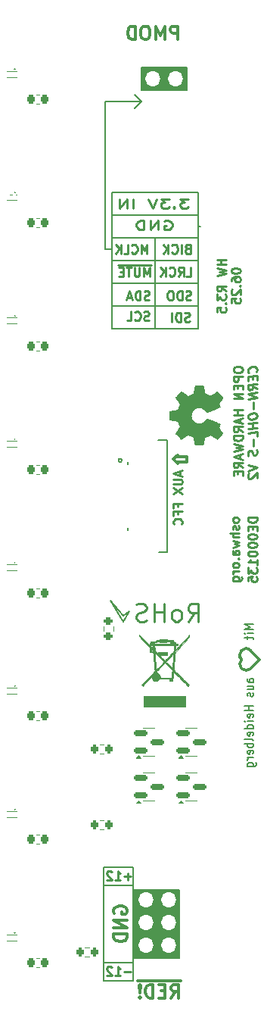
<source format=gbr>
%TF.GenerationSoftware,KiCad,Pcbnew,9.0.2*%
%TF.CreationDate,2025-06-25T16:15:56+02:00*%
%TF.ProjectId,eurorack-pmod-pcb,6575726f-7261-4636-9b2d-706d6f642d70,rev?*%
%TF.SameCoordinates,Original*%
%TF.FileFunction,Legend,Bot*%
%TF.FilePolarity,Positive*%
%FSLAX46Y46*%
G04 Gerber Fmt 4.6, Leading zero omitted, Abs format (unit mm)*
G04 Created by KiCad (PCBNEW 9.0.2) date 2025-06-25 16:15:56*
%MOMM*%
%LPD*%
G01*
G04 APERTURE LIST*
G04 Aperture macros list*
%AMRoundRect*
0 Rectangle with rounded corners*
0 $1 Rounding radius*
0 $2 $3 $4 $5 $6 $7 $8 $9 X,Y pos of 4 corners*
0 Add a 4 corners polygon primitive as box body*
4,1,4,$2,$3,$4,$5,$6,$7,$8,$9,$2,$3,0*
0 Add four circle primitives for the rounded corners*
1,1,$1+$1,$2,$3*
1,1,$1+$1,$4,$5*
1,1,$1+$1,$6,$7*
1,1,$1+$1,$8,$9*
0 Add four rect primitives between the rounded corners*
20,1,$1+$1,$2,$3,$4,$5,0*
20,1,$1+$1,$4,$5,$6,$7,0*
20,1,$1+$1,$6,$7,$8,$9,0*
20,1,$1+$1,$8,$9,$2,$3,0*%
G04 Aperture macros list end*
%ADD10C,0.150000*%
%ADD11C,0.300000*%
%ADD12C,0.250000*%
%ADD13C,0.200000*%
%ADD14C,0.375000*%
%ADD15C,0.120000*%
%ADD16C,0.100000*%
%ADD17C,0.010000*%
%ADD18O,1.308000X2.616000*%
%ADD19O,2.016000X1.008000*%
%ADD20O,2.616000X1.308000*%
%ADD21C,0.700000*%
%ADD22C,4.400000*%
%ADD23R,1.700000X1.700000*%
%ADD24O,1.700000X1.700000*%
%ADD25RoundRect,0.225000X-0.225000X-0.250000X0.225000X-0.250000X0.225000X0.250000X-0.225000X0.250000X0*%
%ADD26R,0.200000X0.300000*%
%ADD27R,0.300000X0.500000*%
%ADD28RoundRect,0.200000X0.275000X-0.200000X0.275000X0.200000X-0.275000X0.200000X-0.275000X-0.200000X0*%
%ADD29RoundRect,0.200000X-0.200000X-0.275000X0.200000X-0.275000X0.200000X0.275000X-0.200000X0.275000X0*%
%ADD30RoundRect,0.150000X-0.587500X-0.150000X0.587500X-0.150000X0.587500X0.150000X-0.587500X0.150000X0*%
%ADD31RoundRect,0.200000X0.200000X0.275000X-0.200000X0.275000X-0.200000X-0.275000X0.200000X-0.275000X0*%
%ADD32R,1.800000X0.300000*%
%ADD33R,3.200000X2.500000*%
G04 APERTURE END LIST*
D10*
X-2740801Y-107385000D02*
X-6082051Y-107385000D01*
X-1778000Y-5334000D02*
X3302000Y-5334000D01*
X3302000Y-7874000D01*
X-1778000Y-7874000D01*
X-1778000Y-5334000D01*
G36*
X-1778000Y-5334000D02*
G01*
X3302000Y-5334000D01*
X3302000Y-7874000D01*
X-1778000Y-7874000D01*
X-1778000Y-5334000D01*
G37*
X-1778000Y-9144000D02*
X-2540000Y-8382000D01*
X4572000Y-26924000D02*
X-5080000Y-26924000D01*
X-5080000Y-25654000D02*
X-5842000Y-25654000D01*
X-6082051Y-107385000D02*
X-6082051Y-94685000D01*
X-5080000Y-24384000D02*
X4572000Y-24384000D01*
X-5842000Y-9144000D02*
X-1778000Y-9144000D01*
X4572000Y-21844000D02*
X4572000Y-19304000D01*
X-254000Y-24384000D02*
X-254000Y-34544000D01*
X4572000Y-21844000D02*
X-5080000Y-21844000D01*
X4572000Y-23114000D02*
X4826000Y-23114000D01*
X4572000Y-32004000D02*
X-5080000Y-32004000D01*
X-2740801Y-105353000D02*
X-6082051Y-105353000D01*
X4572000Y-19304000D02*
X-5080000Y-19304000D01*
D11*
X11425736Y-71502760D02*
X10409736Y-72518760D01*
D10*
X-2740801Y-96717000D02*
X-6082051Y-96717000D01*
X-5279000Y-64893000D02*
X-3879000Y-66643000D01*
X4572000Y-29464000D02*
X-5080000Y-29464000D01*
D11*
X10409736Y-72518760D02*
G75*
G02*
X9393736Y-71502760I-508000J508000D01*
G01*
D10*
X-3879000Y-66643000D02*
X-3179000Y-66143000D01*
X-6082051Y-94685000D02*
X-2740801Y-94685000D01*
X4572000Y-34544000D02*
X-5080000Y-34544000D01*
X-3829000Y-67293000D02*
X-5279000Y-64893000D01*
X-1778000Y-9144000D02*
X-2540000Y-9906000D01*
X-5080000Y-19304000D02*
X-5080000Y-21844000D01*
X-2740801Y-94685000D02*
X-2740801Y-107385000D01*
D11*
X10409736Y-70486760D02*
X11425736Y-71502760D01*
D10*
X-5080000Y-34544000D02*
X-5080000Y-24384000D01*
X-5842000Y-25654000D02*
X-5842000Y-9144000D01*
D11*
X9393736Y-71502760D02*
G75*
G02*
X10409736Y-70486760I508000J508000D01*
G01*
D10*
X4572000Y-24384000D02*
X4572000Y-21844000D01*
X-3179000Y-66143000D02*
X-3829000Y-67293000D01*
X-2674100Y-97225000D02*
X2438400Y-97225000D01*
X2438400Y-104865400D01*
X-2674100Y-104865400D01*
X-2674100Y-97225000D01*
G36*
X-2674100Y-97225000D02*
G01*
X2438400Y-97225000D01*
X2438400Y-104865400D01*
X-2674100Y-104865400D01*
X-2674100Y-97225000D01*
G37*
X-5080000Y-21844000D02*
X-5080000Y-24384000D01*
X4572000Y-24384000D02*
X4572000Y-34544000D01*
D12*
X9085619Y-55824857D02*
X9038000Y-55729619D01*
X9038000Y-55729619D02*
X8990380Y-55682000D01*
X8990380Y-55682000D02*
X8895142Y-55634381D01*
X8895142Y-55634381D02*
X8609428Y-55634381D01*
X8609428Y-55634381D02*
X8514190Y-55682000D01*
X8514190Y-55682000D02*
X8466571Y-55729619D01*
X8466571Y-55729619D02*
X8418952Y-55824857D01*
X8418952Y-55824857D02*
X8418952Y-55967714D01*
X8418952Y-55967714D02*
X8466571Y-56062952D01*
X8466571Y-56062952D02*
X8514190Y-56110571D01*
X8514190Y-56110571D02*
X8609428Y-56158190D01*
X8609428Y-56158190D02*
X8895142Y-56158190D01*
X8895142Y-56158190D02*
X8990380Y-56110571D01*
X8990380Y-56110571D02*
X9038000Y-56062952D01*
X9038000Y-56062952D02*
X9085619Y-55967714D01*
X9085619Y-55967714D02*
X9085619Y-55824857D01*
X9038000Y-56539143D02*
X9085619Y-56634381D01*
X9085619Y-56634381D02*
X9085619Y-56824857D01*
X9085619Y-56824857D02*
X9038000Y-56920095D01*
X9038000Y-56920095D02*
X8942761Y-56967714D01*
X8942761Y-56967714D02*
X8895142Y-56967714D01*
X8895142Y-56967714D02*
X8799904Y-56920095D01*
X8799904Y-56920095D02*
X8752285Y-56824857D01*
X8752285Y-56824857D02*
X8752285Y-56682000D01*
X8752285Y-56682000D02*
X8704666Y-56586762D01*
X8704666Y-56586762D02*
X8609428Y-56539143D01*
X8609428Y-56539143D02*
X8561809Y-56539143D01*
X8561809Y-56539143D02*
X8466571Y-56586762D01*
X8466571Y-56586762D02*
X8418952Y-56682000D01*
X8418952Y-56682000D02*
X8418952Y-56824857D01*
X8418952Y-56824857D02*
X8466571Y-56920095D01*
X9085619Y-57396286D02*
X8085619Y-57396286D01*
X9085619Y-57824857D02*
X8561809Y-57824857D01*
X8561809Y-57824857D02*
X8466571Y-57777238D01*
X8466571Y-57777238D02*
X8418952Y-57682000D01*
X8418952Y-57682000D02*
X8418952Y-57539143D01*
X8418952Y-57539143D02*
X8466571Y-57443905D01*
X8466571Y-57443905D02*
X8514190Y-57396286D01*
X8418952Y-58205810D02*
X9085619Y-58396286D01*
X9085619Y-58396286D02*
X8609428Y-58586762D01*
X8609428Y-58586762D02*
X9085619Y-58777238D01*
X9085619Y-58777238D02*
X8418952Y-58967714D01*
X9085619Y-59777238D02*
X8561809Y-59777238D01*
X8561809Y-59777238D02*
X8466571Y-59729619D01*
X8466571Y-59729619D02*
X8418952Y-59634381D01*
X8418952Y-59634381D02*
X8418952Y-59443905D01*
X8418952Y-59443905D02*
X8466571Y-59348667D01*
X9038000Y-59777238D02*
X9085619Y-59682000D01*
X9085619Y-59682000D02*
X9085619Y-59443905D01*
X9085619Y-59443905D02*
X9038000Y-59348667D01*
X9038000Y-59348667D02*
X8942761Y-59301048D01*
X8942761Y-59301048D02*
X8847523Y-59301048D01*
X8847523Y-59301048D02*
X8752285Y-59348667D01*
X8752285Y-59348667D02*
X8704666Y-59443905D01*
X8704666Y-59443905D02*
X8704666Y-59682000D01*
X8704666Y-59682000D02*
X8657047Y-59777238D01*
X8990380Y-60253429D02*
X9038000Y-60301048D01*
X9038000Y-60301048D02*
X9085619Y-60253429D01*
X9085619Y-60253429D02*
X9038000Y-60205810D01*
X9038000Y-60205810D02*
X8990380Y-60253429D01*
X8990380Y-60253429D02*
X9085619Y-60253429D01*
X9085619Y-60872476D02*
X9038000Y-60777238D01*
X9038000Y-60777238D02*
X8990380Y-60729619D01*
X8990380Y-60729619D02*
X8895142Y-60682000D01*
X8895142Y-60682000D02*
X8609428Y-60682000D01*
X8609428Y-60682000D02*
X8514190Y-60729619D01*
X8514190Y-60729619D02*
X8466571Y-60777238D01*
X8466571Y-60777238D02*
X8418952Y-60872476D01*
X8418952Y-60872476D02*
X8418952Y-61015333D01*
X8418952Y-61015333D02*
X8466571Y-61110571D01*
X8466571Y-61110571D02*
X8514190Y-61158190D01*
X8514190Y-61158190D02*
X8609428Y-61205809D01*
X8609428Y-61205809D02*
X8895142Y-61205809D01*
X8895142Y-61205809D02*
X8990380Y-61158190D01*
X8990380Y-61158190D02*
X9038000Y-61110571D01*
X9038000Y-61110571D02*
X9085619Y-61015333D01*
X9085619Y-61015333D02*
X9085619Y-60872476D01*
X9085619Y-61634381D02*
X8418952Y-61634381D01*
X8609428Y-61634381D02*
X8514190Y-61682000D01*
X8514190Y-61682000D02*
X8466571Y-61729619D01*
X8466571Y-61729619D02*
X8418952Y-61824857D01*
X8418952Y-61824857D02*
X8418952Y-61920095D01*
X8418952Y-62682000D02*
X9228476Y-62682000D01*
X9228476Y-62682000D02*
X9323714Y-62634381D01*
X9323714Y-62634381D02*
X9371333Y-62586762D01*
X9371333Y-62586762D02*
X9418952Y-62491524D01*
X9418952Y-62491524D02*
X9418952Y-62348667D01*
X9418952Y-62348667D02*
X9371333Y-62253429D01*
X9038000Y-62682000D02*
X9085619Y-62586762D01*
X9085619Y-62586762D02*
X9085619Y-62396286D01*
X9085619Y-62396286D02*
X9038000Y-62301048D01*
X9038000Y-62301048D02*
X8990380Y-62253429D01*
X8990380Y-62253429D02*
X8895142Y-62205810D01*
X8895142Y-62205810D02*
X8609428Y-62205810D01*
X8609428Y-62205810D02*
X8514190Y-62253429D01*
X8514190Y-62253429D02*
X8466571Y-62301048D01*
X8466571Y-62301048D02*
X8418952Y-62396286D01*
X8418952Y-62396286D02*
X8418952Y-62586762D01*
X8418952Y-62586762D02*
X8466571Y-62682000D01*
X-888626Y-28674820D02*
X-888626Y-27674820D01*
X-888626Y-27674820D02*
X-1221959Y-28389105D01*
X-1221959Y-28389105D02*
X-1555292Y-27674820D01*
X-1555292Y-27674820D02*
X-1555292Y-28674820D01*
X-2031483Y-27674820D02*
X-2031483Y-28484343D01*
X-2031483Y-28484343D02*
X-2079102Y-28579581D01*
X-2079102Y-28579581D02*
X-2126721Y-28627201D01*
X-2126721Y-28627201D02*
X-2221959Y-28674820D01*
X-2221959Y-28674820D02*
X-2412435Y-28674820D01*
X-2412435Y-28674820D02*
X-2507673Y-28627201D01*
X-2507673Y-28627201D02*
X-2555292Y-28579581D01*
X-2555292Y-28579581D02*
X-2602911Y-28484343D01*
X-2602911Y-28484343D02*
X-2602911Y-27674820D01*
X-2936245Y-27674820D02*
X-3507673Y-27674820D01*
X-3221959Y-28674820D02*
X-3221959Y-27674820D01*
X-3841007Y-28151010D02*
X-4174340Y-28151010D01*
X-4317197Y-28674820D02*
X-3841007Y-28674820D01*
X-3841007Y-28674820D02*
X-3841007Y-27674820D01*
X-3841007Y-27674820D02*
X-4317197Y-27674820D01*
X-750531Y-27397201D02*
X-4407674Y-27397201D01*
X3325666Y-25579809D02*
X3182809Y-25627428D01*
X3182809Y-25627428D02*
X3135190Y-25675047D01*
X3135190Y-25675047D02*
X3087571Y-25770285D01*
X3087571Y-25770285D02*
X3087571Y-25913142D01*
X3087571Y-25913142D02*
X3135190Y-26008380D01*
X3135190Y-26008380D02*
X3182809Y-26056000D01*
X3182809Y-26056000D02*
X3278047Y-26103619D01*
X3278047Y-26103619D02*
X3658999Y-26103619D01*
X3658999Y-26103619D02*
X3658999Y-25103619D01*
X3658999Y-25103619D02*
X3325666Y-25103619D01*
X3325666Y-25103619D02*
X3230428Y-25151238D01*
X3230428Y-25151238D02*
X3182809Y-25198857D01*
X3182809Y-25198857D02*
X3135190Y-25294095D01*
X3135190Y-25294095D02*
X3135190Y-25389333D01*
X3135190Y-25389333D02*
X3182809Y-25484571D01*
X3182809Y-25484571D02*
X3230428Y-25532190D01*
X3230428Y-25532190D02*
X3325666Y-25579809D01*
X3325666Y-25579809D02*
X3658999Y-25579809D01*
X2658999Y-26103619D02*
X2658999Y-25103619D01*
X1611381Y-26008380D02*
X1659000Y-26056000D01*
X1659000Y-26056000D02*
X1801857Y-26103619D01*
X1801857Y-26103619D02*
X1897095Y-26103619D01*
X1897095Y-26103619D02*
X2039952Y-26056000D01*
X2039952Y-26056000D02*
X2135190Y-25960761D01*
X2135190Y-25960761D02*
X2182809Y-25865523D01*
X2182809Y-25865523D02*
X2230428Y-25675047D01*
X2230428Y-25675047D02*
X2230428Y-25532190D01*
X2230428Y-25532190D02*
X2182809Y-25341714D01*
X2182809Y-25341714D02*
X2135190Y-25246476D01*
X2135190Y-25246476D02*
X2039952Y-25151238D01*
X2039952Y-25151238D02*
X1897095Y-25103619D01*
X1897095Y-25103619D02*
X1801857Y-25103619D01*
X1801857Y-25103619D02*
X1659000Y-25151238D01*
X1659000Y-25151238D02*
X1611381Y-25198857D01*
X1182809Y-26103619D02*
X1182809Y-25103619D01*
X611381Y-26103619D02*
X1039952Y-25532190D01*
X611381Y-25103619D02*
X1182809Y-25675047D01*
X11117619Y-55610571D02*
X10117619Y-55610571D01*
X10117619Y-55610571D02*
X10117619Y-55848666D01*
X10117619Y-55848666D02*
X10165238Y-55991523D01*
X10165238Y-55991523D02*
X10260476Y-56086761D01*
X10260476Y-56086761D02*
X10355714Y-56134380D01*
X10355714Y-56134380D02*
X10546190Y-56181999D01*
X10546190Y-56181999D02*
X10689047Y-56181999D01*
X10689047Y-56181999D02*
X10879523Y-56134380D01*
X10879523Y-56134380D02*
X10974761Y-56086761D01*
X10974761Y-56086761D02*
X11070000Y-55991523D01*
X11070000Y-55991523D02*
X11117619Y-55848666D01*
X11117619Y-55848666D02*
X11117619Y-55610571D01*
X10593809Y-56610571D02*
X10593809Y-56943904D01*
X11117619Y-57086761D02*
X11117619Y-56610571D01*
X11117619Y-56610571D02*
X10117619Y-56610571D01*
X10117619Y-56610571D02*
X10117619Y-57086761D01*
X10117619Y-57705809D02*
X10117619Y-57801047D01*
X10117619Y-57801047D02*
X10165238Y-57896285D01*
X10165238Y-57896285D02*
X10212857Y-57943904D01*
X10212857Y-57943904D02*
X10308095Y-57991523D01*
X10308095Y-57991523D02*
X10498571Y-58039142D01*
X10498571Y-58039142D02*
X10736666Y-58039142D01*
X10736666Y-58039142D02*
X10927142Y-57991523D01*
X10927142Y-57991523D02*
X11022380Y-57943904D01*
X11022380Y-57943904D02*
X11070000Y-57896285D01*
X11070000Y-57896285D02*
X11117619Y-57801047D01*
X11117619Y-57801047D02*
X11117619Y-57705809D01*
X11117619Y-57705809D02*
X11070000Y-57610571D01*
X11070000Y-57610571D02*
X11022380Y-57562952D01*
X11022380Y-57562952D02*
X10927142Y-57515333D01*
X10927142Y-57515333D02*
X10736666Y-57467714D01*
X10736666Y-57467714D02*
X10498571Y-57467714D01*
X10498571Y-57467714D02*
X10308095Y-57515333D01*
X10308095Y-57515333D02*
X10212857Y-57562952D01*
X10212857Y-57562952D02*
X10165238Y-57610571D01*
X10165238Y-57610571D02*
X10117619Y-57705809D01*
X10117619Y-58658190D02*
X10117619Y-58753428D01*
X10117619Y-58753428D02*
X10165238Y-58848666D01*
X10165238Y-58848666D02*
X10212857Y-58896285D01*
X10212857Y-58896285D02*
X10308095Y-58943904D01*
X10308095Y-58943904D02*
X10498571Y-58991523D01*
X10498571Y-58991523D02*
X10736666Y-58991523D01*
X10736666Y-58991523D02*
X10927142Y-58943904D01*
X10927142Y-58943904D02*
X11022380Y-58896285D01*
X11022380Y-58896285D02*
X11070000Y-58848666D01*
X11070000Y-58848666D02*
X11117619Y-58753428D01*
X11117619Y-58753428D02*
X11117619Y-58658190D01*
X11117619Y-58658190D02*
X11070000Y-58562952D01*
X11070000Y-58562952D02*
X11022380Y-58515333D01*
X11022380Y-58515333D02*
X10927142Y-58467714D01*
X10927142Y-58467714D02*
X10736666Y-58420095D01*
X10736666Y-58420095D02*
X10498571Y-58420095D01*
X10498571Y-58420095D02*
X10308095Y-58467714D01*
X10308095Y-58467714D02*
X10212857Y-58515333D01*
X10212857Y-58515333D02*
X10165238Y-58562952D01*
X10165238Y-58562952D02*
X10117619Y-58658190D01*
X10117619Y-59610571D02*
X10117619Y-59705809D01*
X10117619Y-59705809D02*
X10165238Y-59801047D01*
X10165238Y-59801047D02*
X10212857Y-59848666D01*
X10212857Y-59848666D02*
X10308095Y-59896285D01*
X10308095Y-59896285D02*
X10498571Y-59943904D01*
X10498571Y-59943904D02*
X10736666Y-59943904D01*
X10736666Y-59943904D02*
X10927142Y-59896285D01*
X10927142Y-59896285D02*
X11022380Y-59848666D01*
X11022380Y-59848666D02*
X11070000Y-59801047D01*
X11070000Y-59801047D02*
X11117619Y-59705809D01*
X11117619Y-59705809D02*
X11117619Y-59610571D01*
X11117619Y-59610571D02*
X11070000Y-59515333D01*
X11070000Y-59515333D02*
X11022380Y-59467714D01*
X11022380Y-59467714D02*
X10927142Y-59420095D01*
X10927142Y-59420095D02*
X10736666Y-59372476D01*
X10736666Y-59372476D02*
X10498571Y-59372476D01*
X10498571Y-59372476D02*
X10308095Y-59420095D01*
X10308095Y-59420095D02*
X10212857Y-59467714D01*
X10212857Y-59467714D02*
X10165238Y-59515333D01*
X10165238Y-59515333D02*
X10117619Y-59610571D01*
X11117619Y-60896285D02*
X11117619Y-60324857D01*
X11117619Y-60610571D02*
X10117619Y-60610571D01*
X10117619Y-60610571D02*
X10260476Y-60515333D01*
X10260476Y-60515333D02*
X10355714Y-60420095D01*
X10355714Y-60420095D02*
X10403333Y-60324857D01*
X10117619Y-61229619D02*
X10117619Y-61848666D01*
X10117619Y-61848666D02*
X10498571Y-61515333D01*
X10498571Y-61515333D02*
X10498571Y-61658190D01*
X10498571Y-61658190D02*
X10546190Y-61753428D01*
X10546190Y-61753428D02*
X10593809Y-61801047D01*
X10593809Y-61801047D02*
X10689047Y-61848666D01*
X10689047Y-61848666D02*
X10927142Y-61848666D01*
X10927142Y-61848666D02*
X11022380Y-61801047D01*
X11022380Y-61801047D02*
X11070000Y-61753428D01*
X11070000Y-61753428D02*
X11117619Y-61658190D01*
X11117619Y-61658190D02*
X11117619Y-61372476D01*
X11117619Y-61372476D02*
X11070000Y-61277238D01*
X11070000Y-61277238D02*
X11022380Y-61229619D01*
X10117619Y-62753428D02*
X10117619Y-62277238D01*
X10117619Y-62277238D02*
X10593809Y-62229619D01*
X10593809Y-62229619D02*
X10546190Y-62277238D01*
X10546190Y-62277238D02*
X10498571Y-62372476D01*
X10498571Y-62372476D02*
X10498571Y-62610571D01*
X10498571Y-62610571D02*
X10546190Y-62705809D01*
X10546190Y-62705809D02*
X10593809Y-62753428D01*
X10593809Y-62753428D02*
X10689047Y-62801047D01*
X10689047Y-62801047D02*
X10927142Y-62801047D01*
X10927142Y-62801047D02*
X11022380Y-62753428D01*
X11022380Y-62753428D02*
X11070000Y-62705809D01*
X11070000Y-62705809D02*
X11117619Y-62610571D01*
X11117619Y-62610571D02*
X11117619Y-62372476D01*
X11117619Y-62372476D02*
X11070000Y-62277238D01*
X11070000Y-62277238D02*
X11022380Y-62229619D01*
X3406714Y-67255238D02*
X4073381Y-66302857D01*
X4549571Y-67255238D02*
X4549571Y-65255238D01*
X4549571Y-65255238D02*
X3787666Y-65255238D01*
X3787666Y-65255238D02*
X3597190Y-65350476D01*
X3597190Y-65350476D02*
X3501952Y-65445714D01*
X3501952Y-65445714D02*
X3406714Y-65636190D01*
X3406714Y-65636190D02*
X3406714Y-65921904D01*
X3406714Y-65921904D02*
X3501952Y-66112380D01*
X3501952Y-66112380D02*
X3597190Y-66207619D01*
X3597190Y-66207619D02*
X3787666Y-66302857D01*
X3787666Y-66302857D02*
X4549571Y-66302857D01*
X2263857Y-67255238D02*
X2454333Y-67160000D01*
X2454333Y-67160000D02*
X2549571Y-67064761D01*
X2549571Y-67064761D02*
X2644809Y-66874285D01*
X2644809Y-66874285D02*
X2644809Y-66302857D01*
X2644809Y-66302857D02*
X2549571Y-66112380D01*
X2549571Y-66112380D02*
X2454333Y-66017142D01*
X2454333Y-66017142D02*
X2263857Y-65921904D01*
X2263857Y-65921904D02*
X1978142Y-65921904D01*
X1978142Y-65921904D02*
X1787666Y-66017142D01*
X1787666Y-66017142D02*
X1692428Y-66112380D01*
X1692428Y-66112380D02*
X1597190Y-66302857D01*
X1597190Y-66302857D02*
X1597190Y-66874285D01*
X1597190Y-66874285D02*
X1692428Y-67064761D01*
X1692428Y-67064761D02*
X1787666Y-67160000D01*
X1787666Y-67160000D02*
X1978142Y-67255238D01*
X1978142Y-67255238D02*
X2263857Y-67255238D01*
X740047Y-67255238D02*
X740047Y-65255238D01*
X740047Y-66207619D02*
X-402809Y-66207619D01*
X-402809Y-67255238D02*
X-402809Y-65255238D01*
X-1259952Y-67160000D02*
X-1545666Y-67255238D01*
X-1545666Y-67255238D02*
X-2021857Y-67255238D01*
X-2021857Y-67255238D02*
X-2212333Y-67160000D01*
X-2212333Y-67160000D02*
X-2307571Y-67064761D01*
X-2307571Y-67064761D02*
X-2402809Y-66874285D01*
X-2402809Y-66874285D02*
X-2402809Y-66683809D01*
X-2402809Y-66683809D02*
X-2307571Y-66493333D01*
X-2307571Y-66493333D02*
X-2212333Y-66398095D01*
X-2212333Y-66398095D02*
X-2021857Y-66302857D01*
X-2021857Y-66302857D02*
X-1640904Y-66207619D01*
X-1640904Y-66207619D02*
X-1450428Y-66112380D01*
X-1450428Y-66112380D02*
X-1355190Y-66017142D01*
X-1355190Y-66017142D02*
X-1259952Y-65826666D01*
X-1259952Y-65826666D02*
X-1259952Y-65636190D01*
X-1259952Y-65636190D02*
X-1355190Y-65445714D01*
X-1355190Y-65445714D02*
X-1450428Y-65350476D01*
X-1450428Y-65350476D02*
X-1640904Y-65255238D01*
X-1640904Y-65255238D02*
X-2117095Y-65255238D01*
X-2117095Y-65255238D02*
X-2402809Y-65350476D01*
D13*
X10704840Y-67570327D02*
X9704840Y-67570327D01*
X9704840Y-67570327D02*
X10419125Y-67870327D01*
X10419125Y-67870327D02*
X9704840Y-68170327D01*
X9704840Y-68170327D02*
X10704840Y-68170327D01*
X10704840Y-68598898D02*
X10038173Y-68598898D01*
X9704840Y-68598898D02*
X9752459Y-68556041D01*
X9752459Y-68556041D02*
X9800078Y-68598898D01*
X9800078Y-68598898D02*
X9752459Y-68641755D01*
X9752459Y-68641755D02*
X9704840Y-68598898D01*
X9704840Y-68598898D02*
X9800078Y-68598898D01*
X10038173Y-68898898D02*
X10038173Y-69241755D01*
X9704840Y-69027469D02*
X10561982Y-69027469D01*
X10561982Y-69027469D02*
X10657221Y-69070326D01*
X10657221Y-69070326D02*
X10704840Y-69156041D01*
X10704840Y-69156041D02*
X10704840Y-69241755D01*
X10704840Y-74041754D02*
X10181030Y-74041754D01*
X10181030Y-74041754D02*
X10085792Y-73998896D01*
X10085792Y-73998896D02*
X10038173Y-73913182D01*
X10038173Y-73913182D02*
X10038173Y-73741754D01*
X10038173Y-73741754D02*
X10085792Y-73656039D01*
X10657221Y-74041754D02*
X10704840Y-73956039D01*
X10704840Y-73956039D02*
X10704840Y-73741754D01*
X10704840Y-73741754D02*
X10657221Y-73656039D01*
X10657221Y-73656039D02*
X10561982Y-73613182D01*
X10561982Y-73613182D02*
X10466744Y-73613182D01*
X10466744Y-73613182D02*
X10371506Y-73656039D01*
X10371506Y-73656039D02*
X10323887Y-73741754D01*
X10323887Y-73741754D02*
X10323887Y-73956039D01*
X10323887Y-73956039D02*
X10276268Y-74041754D01*
X10038173Y-74856040D02*
X10704840Y-74856040D01*
X10038173Y-74470325D02*
X10561982Y-74470325D01*
X10561982Y-74470325D02*
X10657221Y-74513182D01*
X10657221Y-74513182D02*
X10704840Y-74598897D01*
X10704840Y-74598897D02*
X10704840Y-74727468D01*
X10704840Y-74727468D02*
X10657221Y-74813182D01*
X10657221Y-74813182D02*
X10609601Y-74856040D01*
X10657221Y-75241754D02*
X10704840Y-75327468D01*
X10704840Y-75327468D02*
X10704840Y-75498897D01*
X10704840Y-75498897D02*
X10657221Y-75584611D01*
X10657221Y-75584611D02*
X10561982Y-75627468D01*
X10561982Y-75627468D02*
X10514363Y-75627468D01*
X10514363Y-75627468D02*
X10419125Y-75584611D01*
X10419125Y-75584611D02*
X10371506Y-75498897D01*
X10371506Y-75498897D02*
X10371506Y-75370326D01*
X10371506Y-75370326D02*
X10323887Y-75284611D01*
X10323887Y-75284611D02*
X10228649Y-75241754D01*
X10228649Y-75241754D02*
X10181030Y-75241754D01*
X10181030Y-75241754D02*
X10085792Y-75284611D01*
X10085792Y-75284611D02*
X10038173Y-75370326D01*
X10038173Y-75370326D02*
X10038173Y-75498897D01*
X10038173Y-75498897D02*
X10085792Y-75584611D01*
X10704840Y-76698896D02*
X9704840Y-76698896D01*
X10181030Y-76698896D02*
X10181030Y-77213182D01*
X10704840Y-77213182D02*
X9704840Y-77213182D01*
X10657221Y-77984610D02*
X10704840Y-77898896D01*
X10704840Y-77898896D02*
X10704840Y-77727468D01*
X10704840Y-77727468D02*
X10657221Y-77641753D01*
X10657221Y-77641753D02*
X10561982Y-77598896D01*
X10561982Y-77598896D02*
X10181030Y-77598896D01*
X10181030Y-77598896D02*
X10085792Y-77641753D01*
X10085792Y-77641753D02*
X10038173Y-77727468D01*
X10038173Y-77727468D02*
X10038173Y-77898896D01*
X10038173Y-77898896D02*
X10085792Y-77984610D01*
X10085792Y-77984610D02*
X10181030Y-78027468D01*
X10181030Y-78027468D02*
X10276268Y-78027468D01*
X10276268Y-78027468D02*
X10371506Y-77598896D01*
X10704840Y-78413182D02*
X10038173Y-78413182D01*
X9704840Y-78413182D02*
X9752459Y-78370325D01*
X9752459Y-78370325D02*
X9800078Y-78413182D01*
X9800078Y-78413182D02*
X9752459Y-78456039D01*
X9752459Y-78456039D02*
X9704840Y-78413182D01*
X9704840Y-78413182D02*
X9800078Y-78413182D01*
X10704840Y-79227468D02*
X9704840Y-79227468D01*
X10657221Y-79227468D02*
X10704840Y-79141753D01*
X10704840Y-79141753D02*
X10704840Y-78970325D01*
X10704840Y-78970325D02*
X10657221Y-78884610D01*
X10657221Y-78884610D02*
X10609601Y-78841753D01*
X10609601Y-78841753D02*
X10514363Y-78798896D01*
X10514363Y-78798896D02*
X10228649Y-78798896D01*
X10228649Y-78798896D02*
X10133411Y-78841753D01*
X10133411Y-78841753D02*
X10085792Y-78884610D01*
X10085792Y-78884610D02*
X10038173Y-78970325D01*
X10038173Y-78970325D02*
X10038173Y-79141753D01*
X10038173Y-79141753D02*
X10085792Y-79227468D01*
X10657221Y-79998896D02*
X10704840Y-79913182D01*
X10704840Y-79913182D02*
X10704840Y-79741754D01*
X10704840Y-79741754D02*
X10657221Y-79656039D01*
X10657221Y-79656039D02*
X10561982Y-79613182D01*
X10561982Y-79613182D02*
X10181030Y-79613182D01*
X10181030Y-79613182D02*
X10085792Y-79656039D01*
X10085792Y-79656039D02*
X10038173Y-79741754D01*
X10038173Y-79741754D02*
X10038173Y-79913182D01*
X10038173Y-79913182D02*
X10085792Y-79998896D01*
X10085792Y-79998896D02*
X10181030Y-80041754D01*
X10181030Y-80041754D02*
X10276268Y-80041754D01*
X10276268Y-80041754D02*
X10371506Y-79613182D01*
X10704840Y-80556040D02*
X10657221Y-80470325D01*
X10657221Y-80470325D02*
X10561982Y-80427468D01*
X10561982Y-80427468D02*
X9704840Y-80427468D01*
X10704840Y-80898897D02*
X9704840Y-80898897D01*
X10085792Y-80898897D02*
X10038173Y-80984612D01*
X10038173Y-80984612D02*
X10038173Y-81156040D01*
X10038173Y-81156040D02*
X10085792Y-81241754D01*
X10085792Y-81241754D02*
X10133411Y-81284612D01*
X10133411Y-81284612D02*
X10228649Y-81327469D01*
X10228649Y-81327469D02*
X10514363Y-81327469D01*
X10514363Y-81327469D02*
X10609601Y-81284612D01*
X10609601Y-81284612D02*
X10657221Y-81241754D01*
X10657221Y-81241754D02*
X10704840Y-81156040D01*
X10704840Y-81156040D02*
X10704840Y-80984612D01*
X10704840Y-80984612D02*
X10657221Y-80898897D01*
X10657221Y-82056040D02*
X10704840Y-81970326D01*
X10704840Y-81970326D02*
X10704840Y-81798898D01*
X10704840Y-81798898D02*
X10657221Y-81713183D01*
X10657221Y-81713183D02*
X10561982Y-81670326D01*
X10561982Y-81670326D02*
X10181030Y-81670326D01*
X10181030Y-81670326D02*
X10085792Y-81713183D01*
X10085792Y-81713183D02*
X10038173Y-81798898D01*
X10038173Y-81798898D02*
X10038173Y-81970326D01*
X10038173Y-81970326D02*
X10085792Y-82056040D01*
X10085792Y-82056040D02*
X10181030Y-82098898D01*
X10181030Y-82098898D02*
X10276268Y-82098898D01*
X10276268Y-82098898D02*
X10371506Y-81670326D01*
X10704840Y-82484612D02*
X10038173Y-82484612D01*
X10228649Y-82484612D02*
X10133411Y-82527469D01*
X10133411Y-82527469D02*
X10085792Y-82570327D01*
X10085792Y-82570327D02*
X10038173Y-82656041D01*
X10038173Y-82656041D02*
X10038173Y-82741755D01*
X10038173Y-83427470D02*
X10847697Y-83427470D01*
X10847697Y-83427470D02*
X10942935Y-83384612D01*
X10942935Y-83384612D02*
X10990554Y-83341755D01*
X10990554Y-83341755D02*
X11038173Y-83256041D01*
X11038173Y-83256041D02*
X11038173Y-83127470D01*
X11038173Y-83127470D02*
X10990554Y-83041755D01*
X10657221Y-83427470D02*
X10704840Y-83341755D01*
X10704840Y-83341755D02*
X10704840Y-83170327D01*
X10704840Y-83170327D02*
X10657221Y-83084612D01*
X10657221Y-83084612D02*
X10609601Y-83041755D01*
X10609601Y-83041755D02*
X10514363Y-82998898D01*
X10514363Y-82998898D02*
X10228649Y-82998898D01*
X10228649Y-82998898D02*
X10133411Y-83041755D01*
X10133411Y-83041755D02*
X10085792Y-83084612D01*
X10085792Y-83084612D02*
X10038173Y-83170327D01*
X10038173Y-83170327D02*
X10038173Y-83341755D01*
X10038173Y-83341755D02*
X10085792Y-83427470D01*
D12*
X-2998718Y-106437666D02*
X-3760623Y-106437666D01*
X-4760622Y-106818619D02*
X-4189194Y-106818619D01*
X-4474908Y-106818619D02*
X-4474908Y-105818619D01*
X-4474908Y-105818619D02*
X-4379670Y-105961476D01*
X-4379670Y-105961476D02*
X-4284432Y-106056714D01*
X-4284432Y-106056714D02*
X-4189194Y-106104333D01*
X-5141575Y-105913857D02*
X-5189194Y-105866238D01*
X-5189194Y-105866238D02*
X-5284432Y-105818619D01*
X-5284432Y-105818619D02*
X-5522527Y-105818619D01*
X-5522527Y-105818619D02*
X-5617765Y-105866238D01*
X-5617765Y-105866238D02*
X-5665384Y-105913857D01*
X-5665384Y-105913857D02*
X-5713003Y-106009095D01*
X-5713003Y-106009095D02*
X-5713003Y-106104333D01*
X-5713003Y-106104333D02*
X-5665384Y-106247190D01*
X-5665384Y-106247190D02*
X-5093956Y-106818619D01*
X-5093956Y-106818619D02*
X-5713003Y-106818619D01*
X8492019Y-38999257D02*
X8492019Y-39189733D01*
X8492019Y-39189733D02*
X8539638Y-39284971D01*
X8539638Y-39284971D02*
X8634876Y-39380209D01*
X8634876Y-39380209D02*
X8825352Y-39427828D01*
X8825352Y-39427828D02*
X9158685Y-39427828D01*
X9158685Y-39427828D02*
X9349161Y-39380209D01*
X9349161Y-39380209D02*
X9444400Y-39284971D01*
X9444400Y-39284971D02*
X9492019Y-39189733D01*
X9492019Y-39189733D02*
X9492019Y-38999257D01*
X9492019Y-38999257D02*
X9444400Y-38904019D01*
X9444400Y-38904019D02*
X9349161Y-38808781D01*
X9349161Y-38808781D02*
X9158685Y-38761162D01*
X9158685Y-38761162D02*
X8825352Y-38761162D01*
X8825352Y-38761162D02*
X8634876Y-38808781D01*
X8634876Y-38808781D02*
X8539638Y-38904019D01*
X8539638Y-38904019D02*
X8492019Y-38999257D01*
X9492019Y-39856400D02*
X8492019Y-39856400D01*
X8492019Y-39856400D02*
X8492019Y-40237352D01*
X8492019Y-40237352D02*
X8539638Y-40332590D01*
X8539638Y-40332590D02*
X8587257Y-40380209D01*
X8587257Y-40380209D02*
X8682495Y-40427828D01*
X8682495Y-40427828D02*
X8825352Y-40427828D01*
X8825352Y-40427828D02*
X8920590Y-40380209D01*
X8920590Y-40380209D02*
X8968209Y-40332590D01*
X8968209Y-40332590D02*
X9015828Y-40237352D01*
X9015828Y-40237352D02*
X9015828Y-39856400D01*
X8968209Y-40856400D02*
X8968209Y-41189733D01*
X9492019Y-41332590D02*
X9492019Y-40856400D01*
X9492019Y-40856400D02*
X8492019Y-40856400D01*
X8492019Y-40856400D02*
X8492019Y-41332590D01*
X9492019Y-41761162D02*
X8492019Y-41761162D01*
X8492019Y-41761162D02*
X9492019Y-42332590D01*
X9492019Y-42332590D02*
X8492019Y-42332590D01*
X9492019Y-43570686D02*
X8492019Y-43570686D01*
X8968209Y-43570686D02*
X8968209Y-44142114D01*
X9492019Y-44142114D02*
X8492019Y-44142114D01*
X9206304Y-44570686D02*
X9206304Y-45046876D01*
X9492019Y-44475448D02*
X8492019Y-44808781D01*
X8492019Y-44808781D02*
X9492019Y-45142114D01*
X9492019Y-46046876D02*
X9015828Y-45713543D01*
X9492019Y-45475448D02*
X8492019Y-45475448D01*
X8492019Y-45475448D02*
X8492019Y-45856400D01*
X8492019Y-45856400D02*
X8539638Y-45951638D01*
X8539638Y-45951638D02*
X8587257Y-45999257D01*
X8587257Y-45999257D02*
X8682495Y-46046876D01*
X8682495Y-46046876D02*
X8825352Y-46046876D01*
X8825352Y-46046876D02*
X8920590Y-45999257D01*
X8920590Y-45999257D02*
X8968209Y-45951638D01*
X8968209Y-45951638D02*
X9015828Y-45856400D01*
X9015828Y-45856400D02*
X9015828Y-45475448D01*
X9492019Y-46475448D02*
X8492019Y-46475448D01*
X8492019Y-46475448D02*
X8492019Y-46713543D01*
X8492019Y-46713543D02*
X8539638Y-46856400D01*
X8539638Y-46856400D02*
X8634876Y-46951638D01*
X8634876Y-46951638D02*
X8730114Y-46999257D01*
X8730114Y-46999257D02*
X8920590Y-47046876D01*
X8920590Y-47046876D02*
X9063447Y-47046876D01*
X9063447Y-47046876D02*
X9253923Y-46999257D01*
X9253923Y-46999257D02*
X9349161Y-46951638D01*
X9349161Y-46951638D02*
X9444400Y-46856400D01*
X9444400Y-46856400D02*
X9492019Y-46713543D01*
X9492019Y-46713543D02*
X9492019Y-46475448D01*
X8492019Y-47380210D02*
X9492019Y-47618305D01*
X9492019Y-47618305D02*
X8777733Y-47808781D01*
X8777733Y-47808781D02*
X9492019Y-47999257D01*
X9492019Y-47999257D02*
X8492019Y-48237353D01*
X9206304Y-48570686D02*
X9206304Y-49046876D01*
X9492019Y-48475448D02*
X8492019Y-48808781D01*
X8492019Y-48808781D02*
X9492019Y-49142114D01*
X9492019Y-50046876D02*
X9015828Y-49713543D01*
X9492019Y-49475448D02*
X8492019Y-49475448D01*
X8492019Y-49475448D02*
X8492019Y-49856400D01*
X8492019Y-49856400D02*
X8539638Y-49951638D01*
X8539638Y-49951638D02*
X8587257Y-49999257D01*
X8587257Y-49999257D02*
X8682495Y-50046876D01*
X8682495Y-50046876D02*
X8825352Y-50046876D01*
X8825352Y-50046876D02*
X8920590Y-49999257D01*
X8920590Y-49999257D02*
X8968209Y-49951638D01*
X8968209Y-49951638D02*
X9015828Y-49856400D01*
X9015828Y-49856400D02*
X9015828Y-49475448D01*
X8968209Y-50475448D02*
X8968209Y-50808781D01*
X9492019Y-50951638D02*
X9492019Y-50475448D01*
X9492019Y-50475448D02*
X8492019Y-50475448D01*
X8492019Y-50475448D02*
X8492019Y-50951638D01*
X-944714Y-31263000D02*
X-1087571Y-31310619D01*
X-1087571Y-31310619D02*
X-1325666Y-31310619D01*
X-1325666Y-31310619D02*
X-1420904Y-31263000D01*
X-1420904Y-31263000D02*
X-1468523Y-31215380D01*
X-1468523Y-31215380D02*
X-1516142Y-31120142D01*
X-1516142Y-31120142D02*
X-1516142Y-31024904D01*
X-1516142Y-31024904D02*
X-1468523Y-30929666D01*
X-1468523Y-30929666D02*
X-1420904Y-30882047D01*
X-1420904Y-30882047D02*
X-1325666Y-30834428D01*
X-1325666Y-30834428D02*
X-1135190Y-30786809D01*
X-1135190Y-30786809D02*
X-1039952Y-30739190D01*
X-1039952Y-30739190D02*
X-992333Y-30691571D01*
X-992333Y-30691571D02*
X-944714Y-30596333D01*
X-944714Y-30596333D02*
X-944714Y-30501095D01*
X-944714Y-30501095D02*
X-992333Y-30405857D01*
X-992333Y-30405857D02*
X-1039952Y-30358238D01*
X-1039952Y-30358238D02*
X-1135190Y-30310619D01*
X-1135190Y-30310619D02*
X-1373285Y-30310619D01*
X-1373285Y-30310619D02*
X-1516142Y-30358238D01*
X-1944714Y-31310619D02*
X-1944714Y-30310619D01*
X-1944714Y-30310619D02*
X-2182809Y-30310619D01*
X-2182809Y-30310619D02*
X-2325666Y-30358238D01*
X-2325666Y-30358238D02*
X-2420904Y-30453476D01*
X-2420904Y-30453476D02*
X-2468523Y-30548714D01*
X-2468523Y-30548714D02*
X-2516142Y-30739190D01*
X-2516142Y-30739190D02*
X-2516142Y-30882047D01*
X-2516142Y-30882047D02*
X-2468523Y-31072523D01*
X-2468523Y-31072523D02*
X-2420904Y-31167761D01*
X-2420904Y-31167761D02*
X-2325666Y-31263000D01*
X-2325666Y-31263000D02*
X-2182809Y-31310619D01*
X-2182809Y-31310619D02*
X-1944714Y-31310619D01*
X-2897095Y-31024904D02*
X-3373285Y-31024904D01*
X-2801857Y-31310619D02*
X-3135190Y-30310619D01*
X-3135190Y-30310619D02*
X-3468523Y-31310619D01*
X7640647Y-26789429D02*
X6640647Y-26789429D01*
X7116837Y-26789429D02*
X7116837Y-27360857D01*
X7640647Y-27360857D02*
X6640647Y-27360857D01*
X6640647Y-27741810D02*
X7640647Y-27979905D01*
X7640647Y-27979905D02*
X6926361Y-28170381D01*
X6926361Y-28170381D02*
X7640647Y-28360857D01*
X7640647Y-28360857D02*
X6640647Y-28598953D01*
X7640647Y-30313238D02*
X7164456Y-29979905D01*
X7640647Y-29741810D02*
X6640647Y-29741810D01*
X6640647Y-29741810D02*
X6640647Y-30122762D01*
X6640647Y-30122762D02*
X6688266Y-30218000D01*
X6688266Y-30218000D02*
X6735885Y-30265619D01*
X6735885Y-30265619D02*
X6831123Y-30313238D01*
X6831123Y-30313238D02*
X6973980Y-30313238D01*
X6973980Y-30313238D02*
X7069218Y-30265619D01*
X7069218Y-30265619D02*
X7116837Y-30218000D01*
X7116837Y-30218000D02*
X7164456Y-30122762D01*
X7164456Y-30122762D02*
X7164456Y-29741810D01*
X6640647Y-30646572D02*
X6640647Y-31265619D01*
X6640647Y-31265619D02*
X7021599Y-30932286D01*
X7021599Y-30932286D02*
X7021599Y-31075143D01*
X7021599Y-31075143D02*
X7069218Y-31170381D01*
X7069218Y-31170381D02*
X7116837Y-31218000D01*
X7116837Y-31218000D02*
X7212075Y-31265619D01*
X7212075Y-31265619D02*
X7450170Y-31265619D01*
X7450170Y-31265619D02*
X7545408Y-31218000D01*
X7545408Y-31218000D02*
X7593028Y-31170381D01*
X7593028Y-31170381D02*
X7640647Y-31075143D01*
X7640647Y-31075143D02*
X7640647Y-30789429D01*
X7640647Y-30789429D02*
X7593028Y-30694191D01*
X7593028Y-30694191D02*
X7545408Y-30646572D01*
X7545408Y-31694191D02*
X7593028Y-31741810D01*
X7593028Y-31741810D02*
X7640647Y-31694191D01*
X7640647Y-31694191D02*
X7593028Y-31646572D01*
X7593028Y-31646572D02*
X7545408Y-31694191D01*
X7545408Y-31694191D02*
X7640647Y-31694191D01*
X6640647Y-32646571D02*
X6640647Y-32170381D01*
X6640647Y-32170381D02*
X7116837Y-32122762D01*
X7116837Y-32122762D02*
X7069218Y-32170381D01*
X7069218Y-32170381D02*
X7021599Y-32265619D01*
X7021599Y-32265619D02*
X7021599Y-32503714D01*
X7021599Y-32503714D02*
X7069218Y-32598952D01*
X7069218Y-32598952D02*
X7116837Y-32646571D01*
X7116837Y-32646571D02*
X7212075Y-32694190D01*
X7212075Y-32694190D02*
X7450170Y-32694190D01*
X7450170Y-32694190D02*
X7545408Y-32646571D01*
X7545408Y-32646571D02*
X7593028Y-32598952D01*
X7593028Y-32598952D02*
X7640647Y-32503714D01*
X7640647Y-32503714D02*
X7640647Y-32265619D01*
X7640647Y-32265619D02*
X7593028Y-32170381D01*
X7593028Y-32170381D02*
X7545408Y-32122762D01*
X8250591Y-28003714D02*
X8250591Y-28098952D01*
X8250591Y-28098952D02*
X8298210Y-28194190D01*
X8298210Y-28194190D02*
X8345829Y-28241809D01*
X8345829Y-28241809D02*
X8441067Y-28289428D01*
X8441067Y-28289428D02*
X8631543Y-28337047D01*
X8631543Y-28337047D02*
X8869638Y-28337047D01*
X8869638Y-28337047D02*
X9060114Y-28289428D01*
X9060114Y-28289428D02*
X9155352Y-28241809D01*
X9155352Y-28241809D02*
X9202972Y-28194190D01*
X9202972Y-28194190D02*
X9250591Y-28098952D01*
X9250591Y-28098952D02*
X9250591Y-28003714D01*
X9250591Y-28003714D02*
X9202972Y-27908476D01*
X9202972Y-27908476D02*
X9155352Y-27860857D01*
X9155352Y-27860857D02*
X9060114Y-27813238D01*
X9060114Y-27813238D02*
X8869638Y-27765619D01*
X8869638Y-27765619D02*
X8631543Y-27765619D01*
X8631543Y-27765619D02*
X8441067Y-27813238D01*
X8441067Y-27813238D02*
X8345829Y-27860857D01*
X8345829Y-27860857D02*
X8298210Y-27908476D01*
X8298210Y-27908476D02*
X8250591Y-28003714D01*
X8250591Y-29194190D02*
X8250591Y-29003714D01*
X8250591Y-29003714D02*
X8298210Y-28908476D01*
X8298210Y-28908476D02*
X8345829Y-28860857D01*
X8345829Y-28860857D02*
X8488686Y-28765619D01*
X8488686Y-28765619D02*
X8679162Y-28718000D01*
X8679162Y-28718000D02*
X9060114Y-28718000D01*
X9060114Y-28718000D02*
X9155352Y-28765619D01*
X9155352Y-28765619D02*
X9202972Y-28813238D01*
X9202972Y-28813238D02*
X9250591Y-28908476D01*
X9250591Y-28908476D02*
X9250591Y-29098952D01*
X9250591Y-29098952D02*
X9202972Y-29194190D01*
X9202972Y-29194190D02*
X9155352Y-29241809D01*
X9155352Y-29241809D02*
X9060114Y-29289428D01*
X9060114Y-29289428D02*
X8822019Y-29289428D01*
X8822019Y-29289428D02*
X8726781Y-29241809D01*
X8726781Y-29241809D02*
X8679162Y-29194190D01*
X8679162Y-29194190D02*
X8631543Y-29098952D01*
X8631543Y-29098952D02*
X8631543Y-28908476D01*
X8631543Y-28908476D02*
X8679162Y-28813238D01*
X8679162Y-28813238D02*
X8726781Y-28765619D01*
X8726781Y-28765619D02*
X8822019Y-28718000D01*
X9155352Y-29718000D02*
X9202972Y-29765619D01*
X9202972Y-29765619D02*
X9250591Y-29718000D01*
X9250591Y-29718000D02*
X9202972Y-29670381D01*
X9202972Y-29670381D02*
X9155352Y-29718000D01*
X9155352Y-29718000D02*
X9250591Y-29718000D01*
X8345829Y-30146571D02*
X8298210Y-30194190D01*
X8298210Y-30194190D02*
X8250591Y-30289428D01*
X8250591Y-30289428D02*
X8250591Y-30527523D01*
X8250591Y-30527523D02*
X8298210Y-30622761D01*
X8298210Y-30622761D02*
X8345829Y-30670380D01*
X8345829Y-30670380D02*
X8441067Y-30717999D01*
X8441067Y-30717999D02*
X8536305Y-30717999D01*
X8536305Y-30717999D02*
X8679162Y-30670380D01*
X8679162Y-30670380D02*
X9250591Y-30098952D01*
X9250591Y-30098952D02*
X9250591Y-30717999D01*
X8250591Y-31622761D02*
X8250591Y-31146571D01*
X8250591Y-31146571D02*
X8726781Y-31098952D01*
X8726781Y-31098952D02*
X8679162Y-31146571D01*
X8679162Y-31146571D02*
X8631543Y-31241809D01*
X8631543Y-31241809D02*
X8631543Y-31479904D01*
X8631543Y-31479904D02*
X8679162Y-31575142D01*
X8679162Y-31575142D02*
X8726781Y-31622761D01*
X8726781Y-31622761D02*
X8822019Y-31670380D01*
X8822019Y-31670380D02*
X9060114Y-31670380D01*
X9060114Y-31670380D02*
X9155352Y-31622761D01*
X9155352Y-31622761D02*
X9202972Y-31575142D01*
X9202972Y-31575142D02*
X9250591Y-31479904D01*
X9250591Y-31479904D02*
X9250591Y-31241809D01*
X9250591Y-31241809D02*
X9202972Y-31146571D01*
X9202972Y-31146571D02*
X9155352Y-31098952D01*
D14*
X-4836193Y-99892143D02*
X-4907622Y-99749286D01*
X-4907622Y-99749286D02*
X-4907622Y-99535000D01*
X-4907622Y-99535000D02*
X-4836193Y-99320714D01*
X-4836193Y-99320714D02*
X-4693336Y-99177857D01*
X-4693336Y-99177857D02*
X-4550479Y-99106428D01*
X-4550479Y-99106428D02*
X-4264765Y-99035000D01*
X-4264765Y-99035000D02*
X-4050479Y-99035000D01*
X-4050479Y-99035000D02*
X-3764765Y-99106428D01*
X-3764765Y-99106428D02*
X-3621908Y-99177857D01*
X-3621908Y-99177857D02*
X-3479051Y-99320714D01*
X-3479051Y-99320714D02*
X-3407622Y-99535000D01*
X-3407622Y-99535000D02*
X-3407622Y-99677857D01*
X-3407622Y-99677857D02*
X-3479051Y-99892143D01*
X-3479051Y-99892143D02*
X-3550479Y-99963571D01*
X-3550479Y-99963571D02*
X-4050479Y-99963571D01*
X-4050479Y-99963571D02*
X-4050479Y-99677857D01*
X-3407622Y-100606428D02*
X-4907622Y-100606428D01*
X-4907622Y-100606428D02*
X-3407622Y-101463571D01*
X-3407622Y-101463571D02*
X-4907622Y-101463571D01*
X-3407622Y-102177857D02*
X-4907622Y-102177857D01*
X-4907622Y-102177857D02*
X-4907622Y-102535000D01*
X-4907622Y-102535000D02*
X-4836193Y-102749286D01*
X-4836193Y-102749286D02*
X-4693336Y-102892143D01*
X-4693336Y-102892143D02*
X-4550479Y-102963572D01*
X-4550479Y-102963572D02*
X-4264765Y-103035000D01*
X-4264765Y-103035000D02*
X-4050479Y-103035000D01*
X-4050479Y-103035000D02*
X-3764765Y-102963572D01*
X-3764765Y-102963572D02*
X-3621908Y-102892143D01*
X-3621908Y-102892143D02*
X-3479051Y-102749286D01*
X-3479051Y-102749286D02*
X-3407622Y-102535000D01*
X-3407622Y-102535000D02*
X-3407622Y-102177857D01*
D12*
X3420571Y-20023619D02*
X2491999Y-20023619D01*
X2491999Y-20023619D02*
X2991999Y-20404571D01*
X2991999Y-20404571D02*
X2777714Y-20404571D01*
X2777714Y-20404571D02*
X2634857Y-20452190D01*
X2634857Y-20452190D02*
X2563428Y-20499809D01*
X2563428Y-20499809D02*
X2491999Y-20595047D01*
X2491999Y-20595047D02*
X2491999Y-20833142D01*
X2491999Y-20833142D02*
X2563428Y-20928380D01*
X2563428Y-20928380D02*
X2634857Y-20976000D01*
X2634857Y-20976000D02*
X2777714Y-21023619D01*
X2777714Y-21023619D02*
X3206285Y-21023619D01*
X3206285Y-21023619D02*
X3349142Y-20976000D01*
X3349142Y-20976000D02*
X3420571Y-20928380D01*
X1849143Y-20928380D02*
X1777714Y-20976000D01*
X1777714Y-20976000D02*
X1849143Y-21023619D01*
X1849143Y-21023619D02*
X1920571Y-20976000D01*
X1920571Y-20976000D02*
X1849143Y-20928380D01*
X1849143Y-20928380D02*
X1849143Y-21023619D01*
X1277714Y-20023619D02*
X349142Y-20023619D01*
X349142Y-20023619D02*
X849142Y-20404571D01*
X849142Y-20404571D02*
X634857Y-20404571D01*
X634857Y-20404571D02*
X492000Y-20452190D01*
X492000Y-20452190D02*
X420571Y-20499809D01*
X420571Y-20499809D02*
X349142Y-20595047D01*
X349142Y-20595047D02*
X349142Y-20833142D01*
X349142Y-20833142D02*
X420571Y-20928380D01*
X420571Y-20928380D02*
X492000Y-20976000D01*
X492000Y-20976000D02*
X634857Y-21023619D01*
X634857Y-21023619D02*
X1063428Y-21023619D01*
X1063428Y-21023619D02*
X1206285Y-20976000D01*
X1206285Y-20976000D02*
X1277714Y-20928380D01*
X-79428Y-20023619D02*
X-579428Y-21023619D01*
X-579428Y-21023619D02*
X-1079428Y-20023619D01*
X-2722284Y-21023619D02*
X-2722284Y-20023619D01*
X-3436570Y-21023619D02*
X-3436570Y-20023619D01*
X-3436570Y-20023619D02*
X-4293713Y-21023619D01*
X-4293713Y-21023619D02*
X-4293713Y-20023619D01*
X11022380Y-39344905D02*
X11070000Y-39291333D01*
X11070000Y-39291333D02*
X11117619Y-39142524D01*
X11117619Y-39142524D02*
X11117619Y-39047286D01*
X11117619Y-39047286D02*
X11070000Y-38910381D01*
X11070000Y-38910381D02*
X10974761Y-38827048D01*
X10974761Y-38827048D02*
X10879523Y-38791333D01*
X10879523Y-38791333D02*
X10689047Y-38767524D01*
X10689047Y-38767524D02*
X10546190Y-38785381D01*
X10546190Y-38785381D02*
X10355714Y-38856809D01*
X10355714Y-38856809D02*
X10260476Y-38916333D01*
X10260476Y-38916333D02*
X10165238Y-39023476D01*
X10165238Y-39023476D02*
X10117619Y-39172286D01*
X10117619Y-39172286D02*
X10117619Y-39267524D01*
X10117619Y-39267524D02*
X10165238Y-39404429D01*
X10165238Y-39404429D02*
X10212857Y-39446095D01*
X10593809Y-39827048D02*
X10593809Y-40160381D01*
X11117619Y-40237762D02*
X11117619Y-39761571D01*
X11117619Y-39761571D02*
X10117619Y-39886571D01*
X10117619Y-39886571D02*
X10117619Y-40362762D01*
X11117619Y-41237762D02*
X10641428Y-40963952D01*
X11117619Y-40666333D02*
X10117619Y-40791333D01*
X10117619Y-40791333D02*
X10117619Y-41172286D01*
X10117619Y-41172286D02*
X10165238Y-41261571D01*
X10165238Y-41261571D02*
X10212857Y-41303238D01*
X10212857Y-41303238D02*
X10308095Y-41338952D01*
X10308095Y-41338952D02*
X10450952Y-41321095D01*
X10450952Y-41321095D02*
X10546190Y-41261571D01*
X10546190Y-41261571D02*
X10593809Y-41208000D01*
X10593809Y-41208000D02*
X10641428Y-41106810D01*
X10641428Y-41106810D02*
X10641428Y-40725857D01*
X11117619Y-41666333D02*
X10117619Y-41791333D01*
X10117619Y-41791333D02*
X11117619Y-42237762D01*
X11117619Y-42237762D02*
X10117619Y-42362762D01*
X10736666Y-42761571D02*
X10736666Y-43523476D01*
X10117619Y-44267524D02*
X10117619Y-44458000D01*
X10117619Y-44458000D02*
X10165238Y-44547285D01*
X10165238Y-44547285D02*
X10260476Y-44630619D01*
X10260476Y-44630619D02*
X10450952Y-44654428D01*
X10450952Y-44654428D02*
X10784285Y-44612762D01*
X10784285Y-44612762D02*
X10974761Y-44541333D01*
X10974761Y-44541333D02*
X11070000Y-44434190D01*
X11070000Y-44434190D02*
X11117619Y-44333000D01*
X11117619Y-44333000D02*
X11117619Y-44142524D01*
X11117619Y-44142524D02*
X11070000Y-44053238D01*
X11070000Y-44053238D02*
X10974761Y-43969905D01*
X10974761Y-43969905D02*
X10784285Y-43946095D01*
X10784285Y-43946095D02*
X10450952Y-43987762D01*
X10450952Y-43987762D02*
X10260476Y-44059190D01*
X10260476Y-44059190D02*
X10165238Y-44166333D01*
X10165238Y-44166333D02*
X10117619Y-44267524D01*
X11117619Y-44999666D02*
X10117619Y-45124666D01*
X10593809Y-45065143D02*
X10593809Y-45636571D01*
X11117619Y-45571095D02*
X10117619Y-45696095D01*
X11117619Y-46523476D02*
X11117619Y-46047285D01*
X11117619Y-46047285D02*
X10117619Y-46172285D01*
X10736666Y-46904428D02*
X10736666Y-47666333D01*
X11070000Y-48053238D02*
X11117619Y-48190142D01*
X11117619Y-48190142D02*
X11117619Y-48428238D01*
X11117619Y-48428238D02*
X11070000Y-48529428D01*
X11070000Y-48529428D02*
X11022380Y-48583000D01*
X11022380Y-48583000D02*
X10927142Y-48642523D01*
X10927142Y-48642523D02*
X10831904Y-48654428D01*
X10831904Y-48654428D02*
X10736666Y-48618714D01*
X10736666Y-48618714D02*
X10689047Y-48577047D01*
X10689047Y-48577047D02*
X10641428Y-48487762D01*
X10641428Y-48487762D02*
X10593809Y-48303238D01*
X10593809Y-48303238D02*
X10546190Y-48213952D01*
X10546190Y-48213952D02*
X10498571Y-48172285D01*
X10498571Y-48172285D02*
X10403333Y-48136571D01*
X10403333Y-48136571D02*
X10308095Y-48148476D01*
X10308095Y-48148476D02*
X10212857Y-48208000D01*
X10212857Y-48208000D02*
X10165238Y-48261571D01*
X10165238Y-48261571D02*
X10117619Y-48362762D01*
X10117619Y-48362762D02*
X10117619Y-48600857D01*
X10117619Y-48600857D02*
X10165238Y-48737762D01*
X10117619Y-49791333D02*
X11117619Y-49999667D01*
X11117619Y-49999667D02*
X10117619Y-50458000D01*
X10212857Y-50731810D02*
X10165238Y-50785381D01*
X10165238Y-50785381D02*
X10117619Y-50886571D01*
X10117619Y-50886571D02*
X10117619Y-51124667D01*
X10117619Y-51124667D02*
X10165238Y-51213952D01*
X10165238Y-51213952D02*
X10212857Y-51255619D01*
X10212857Y-51255619D02*
X10308095Y-51291333D01*
X10308095Y-51291333D02*
X10403333Y-51279429D01*
X10403333Y-51279429D02*
X10546190Y-51213952D01*
X10546190Y-51213952D02*
X11117619Y-50571095D01*
X11117619Y-50571095D02*
X11117619Y-51190143D01*
D14*
X1491353Y-109331785D02*
X1991353Y-108617499D01*
X2348496Y-109331785D02*
X2348496Y-107831785D01*
X2348496Y-107831785D02*
X1777067Y-107831785D01*
X1777067Y-107831785D02*
X1634210Y-107903214D01*
X1634210Y-107903214D02*
X1562781Y-107974642D01*
X1562781Y-107974642D02*
X1491353Y-108117499D01*
X1491353Y-108117499D02*
X1491353Y-108331785D01*
X1491353Y-108331785D02*
X1562781Y-108474642D01*
X1562781Y-108474642D02*
X1634210Y-108546071D01*
X1634210Y-108546071D02*
X1777067Y-108617499D01*
X1777067Y-108617499D02*
X2348496Y-108617499D01*
X848496Y-108546071D02*
X348496Y-108546071D01*
X134210Y-109331785D02*
X848496Y-109331785D01*
X848496Y-109331785D02*
X848496Y-107831785D01*
X848496Y-107831785D02*
X134210Y-107831785D01*
X-508646Y-109331785D02*
X-508646Y-107831785D01*
X-508646Y-107831785D02*
X-865789Y-107831785D01*
X-865789Y-107831785D02*
X-1080075Y-107903214D01*
X-1080075Y-107903214D02*
X-1222932Y-108046071D01*
X-1222932Y-108046071D02*
X-1294361Y-108188928D01*
X-1294361Y-108188928D02*
X-1365789Y-108474642D01*
X-1365789Y-108474642D02*
X-1365789Y-108688928D01*
X-1365789Y-108688928D02*
X-1294361Y-108974642D01*
X-1294361Y-108974642D02*
X-1222932Y-109117499D01*
X-1222932Y-109117499D02*
X-1080075Y-109260357D01*
X-1080075Y-109260357D02*
X-865789Y-109331785D01*
X-865789Y-109331785D02*
X-508646Y-109331785D01*
X-2008646Y-109188928D02*
X-2080075Y-109260357D01*
X-2080075Y-109260357D02*
X-2008646Y-109331785D01*
X-2008646Y-109331785D02*
X-1937218Y-109260357D01*
X-1937218Y-109260357D02*
X-2008646Y-109188928D01*
X-2008646Y-109188928D02*
X-2008646Y-109331785D01*
X-2008646Y-108760357D02*
X-1937218Y-107903214D01*
X-1937218Y-107903214D02*
X-2008646Y-107831785D01*
X-2008646Y-107831785D02*
X-2080075Y-107903214D01*
X-2080075Y-107903214D02*
X-2008646Y-108760357D01*
X-2008646Y-108760357D02*
X-2008646Y-107831785D01*
X2555639Y-107415357D02*
X-2215790Y-107415357D01*
D12*
X3563808Y-33676000D02*
X3420951Y-33723619D01*
X3420951Y-33723619D02*
X3182856Y-33723619D01*
X3182856Y-33723619D02*
X3087618Y-33676000D01*
X3087618Y-33676000D02*
X3039999Y-33628380D01*
X3039999Y-33628380D02*
X2992380Y-33533142D01*
X2992380Y-33533142D02*
X2992380Y-33437904D01*
X2992380Y-33437904D02*
X3039999Y-33342666D01*
X3039999Y-33342666D02*
X3087618Y-33295047D01*
X3087618Y-33295047D02*
X3182856Y-33247428D01*
X3182856Y-33247428D02*
X3373332Y-33199809D01*
X3373332Y-33199809D02*
X3468570Y-33152190D01*
X3468570Y-33152190D02*
X3516189Y-33104571D01*
X3516189Y-33104571D02*
X3563808Y-33009333D01*
X3563808Y-33009333D02*
X3563808Y-32914095D01*
X3563808Y-32914095D02*
X3516189Y-32818857D01*
X3516189Y-32818857D02*
X3468570Y-32771238D01*
X3468570Y-32771238D02*
X3373332Y-32723619D01*
X3373332Y-32723619D02*
X3135237Y-32723619D01*
X3135237Y-32723619D02*
X2992380Y-32771238D01*
X2563808Y-33723619D02*
X2563808Y-32723619D01*
X2563808Y-32723619D02*
X2325713Y-32723619D01*
X2325713Y-32723619D02*
X2182856Y-32771238D01*
X2182856Y-32771238D02*
X2087618Y-32866476D01*
X2087618Y-32866476D02*
X2039999Y-32961714D01*
X2039999Y-32961714D02*
X1992380Y-33152190D01*
X1992380Y-33152190D02*
X1992380Y-33295047D01*
X1992380Y-33295047D02*
X2039999Y-33485523D01*
X2039999Y-33485523D02*
X2087618Y-33580761D01*
X2087618Y-33580761D02*
X2182856Y-33676000D01*
X2182856Y-33676000D02*
X2325713Y-33723619D01*
X2325713Y-33723619D02*
X2563808Y-33723619D01*
X1563808Y-33723619D02*
X1563808Y-32723619D01*
X3722523Y-31263000D02*
X3579666Y-31310619D01*
X3579666Y-31310619D02*
X3341571Y-31310619D01*
X3341571Y-31310619D02*
X3246333Y-31263000D01*
X3246333Y-31263000D02*
X3198714Y-31215380D01*
X3198714Y-31215380D02*
X3151095Y-31120142D01*
X3151095Y-31120142D02*
X3151095Y-31024904D01*
X3151095Y-31024904D02*
X3198714Y-30929666D01*
X3198714Y-30929666D02*
X3246333Y-30882047D01*
X3246333Y-30882047D02*
X3341571Y-30834428D01*
X3341571Y-30834428D02*
X3532047Y-30786809D01*
X3532047Y-30786809D02*
X3627285Y-30739190D01*
X3627285Y-30739190D02*
X3674904Y-30691571D01*
X3674904Y-30691571D02*
X3722523Y-30596333D01*
X3722523Y-30596333D02*
X3722523Y-30501095D01*
X3722523Y-30501095D02*
X3674904Y-30405857D01*
X3674904Y-30405857D02*
X3627285Y-30358238D01*
X3627285Y-30358238D02*
X3532047Y-30310619D01*
X3532047Y-30310619D02*
X3293952Y-30310619D01*
X3293952Y-30310619D02*
X3151095Y-30358238D01*
X2722523Y-31310619D02*
X2722523Y-30310619D01*
X2722523Y-30310619D02*
X2484428Y-30310619D01*
X2484428Y-30310619D02*
X2341571Y-30358238D01*
X2341571Y-30358238D02*
X2246333Y-30453476D01*
X2246333Y-30453476D02*
X2198714Y-30548714D01*
X2198714Y-30548714D02*
X2151095Y-30739190D01*
X2151095Y-30739190D02*
X2151095Y-30882047D01*
X2151095Y-30882047D02*
X2198714Y-31072523D01*
X2198714Y-31072523D02*
X2246333Y-31167761D01*
X2246333Y-31167761D02*
X2341571Y-31263000D01*
X2341571Y-31263000D02*
X2484428Y-31310619D01*
X2484428Y-31310619D02*
X2722523Y-31310619D01*
X1532047Y-30310619D02*
X1341571Y-30310619D01*
X1341571Y-30310619D02*
X1246333Y-30358238D01*
X1246333Y-30358238D02*
X1151095Y-30453476D01*
X1151095Y-30453476D02*
X1103476Y-30643952D01*
X1103476Y-30643952D02*
X1103476Y-30977285D01*
X1103476Y-30977285D02*
X1151095Y-31167761D01*
X1151095Y-31167761D02*
X1246333Y-31263000D01*
X1246333Y-31263000D02*
X1341571Y-31310619D01*
X1341571Y-31310619D02*
X1532047Y-31310619D01*
X1532047Y-31310619D02*
X1627285Y-31263000D01*
X1627285Y-31263000D02*
X1722523Y-31167761D01*
X1722523Y-31167761D02*
X1770142Y-30977285D01*
X1770142Y-30977285D02*
X1770142Y-30643952D01*
X1770142Y-30643952D02*
X1722523Y-30453476D01*
X1722523Y-30453476D02*
X1627285Y-30358238D01*
X1627285Y-30358238D02*
X1532047Y-30310619D01*
X3222476Y-28643619D02*
X3698666Y-28643619D01*
X3698666Y-28643619D02*
X3698666Y-27643619D01*
X2317714Y-28643619D02*
X2651047Y-28167428D01*
X2889142Y-28643619D02*
X2889142Y-27643619D01*
X2889142Y-27643619D02*
X2508190Y-27643619D01*
X2508190Y-27643619D02*
X2412952Y-27691238D01*
X2412952Y-27691238D02*
X2365333Y-27738857D01*
X2365333Y-27738857D02*
X2317714Y-27834095D01*
X2317714Y-27834095D02*
X2317714Y-27976952D01*
X2317714Y-27976952D02*
X2365333Y-28072190D01*
X2365333Y-28072190D02*
X2412952Y-28119809D01*
X2412952Y-28119809D02*
X2508190Y-28167428D01*
X2508190Y-28167428D02*
X2889142Y-28167428D01*
X1317714Y-28548380D02*
X1365333Y-28596000D01*
X1365333Y-28596000D02*
X1508190Y-28643619D01*
X1508190Y-28643619D02*
X1603428Y-28643619D01*
X1603428Y-28643619D02*
X1746285Y-28596000D01*
X1746285Y-28596000D02*
X1841523Y-28500761D01*
X1841523Y-28500761D02*
X1889142Y-28405523D01*
X1889142Y-28405523D02*
X1936761Y-28215047D01*
X1936761Y-28215047D02*
X1936761Y-28072190D01*
X1936761Y-28072190D02*
X1889142Y-27881714D01*
X1889142Y-27881714D02*
X1841523Y-27786476D01*
X1841523Y-27786476D02*
X1746285Y-27691238D01*
X1746285Y-27691238D02*
X1603428Y-27643619D01*
X1603428Y-27643619D02*
X1508190Y-27643619D01*
X1508190Y-27643619D02*
X1365333Y-27691238D01*
X1365333Y-27691238D02*
X1317714Y-27738857D01*
X889142Y-28643619D02*
X889142Y-27643619D01*
X317714Y-28643619D02*
X746285Y-28072190D01*
X317714Y-27643619D02*
X889142Y-28215047D01*
X2472661Y-50431109D02*
X2472661Y-50907299D01*
X2758376Y-50335871D02*
X1758376Y-50669204D01*
X1758376Y-50669204D02*
X2758376Y-51002537D01*
X1758376Y-51335871D02*
X2567899Y-51335871D01*
X2567899Y-51335871D02*
X2663137Y-51383490D01*
X2663137Y-51383490D02*
X2710757Y-51431109D01*
X2710757Y-51431109D02*
X2758376Y-51526347D01*
X2758376Y-51526347D02*
X2758376Y-51716823D01*
X2758376Y-51716823D02*
X2710757Y-51812061D01*
X2710757Y-51812061D02*
X2663137Y-51859680D01*
X2663137Y-51859680D02*
X2567899Y-51907299D01*
X2567899Y-51907299D02*
X1758376Y-51907299D01*
X1758376Y-52288252D02*
X2758376Y-52954918D01*
X1758376Y-52954918D02*
X2758376Y-52288252D01*
X2234566Y-54431109D02*
X2234566Y-54097776D01*
X2758376Y-54097776D02*
X1758376Y-54097776D01*
X1758376Y-54097776D02*
X1758376Y-54573966D01*
X2234566Y-55288252D02*
X2234566Y-54954919D01*
X2758376Y-54954919D02*
X1758376Y-54954919D01*
X1758376Y-54954919D02*
X1758376Y-55431109D01*
X2663137Y-56383490D02*
X2710757Y-56335871D01*
X2710757Y-56335871D02*
X2758376Y-56193014D01*
X2758376Y-56193014D02*
X2758376Y-56097776D01*
X2758376Y-56097776D02*
X2710757Y-55954919D01*
X2710757Y-55954919D02*
X2615518Y-55859681D01*
X2615518Y-55859681D02*
X2520280Y-55812062D01*
X2520280Y-55812062D02*
X2329804Y-55764443D01*
X2329804Y-55764443D02*
X2186947Y-55764443D01*
X2186947Y-55764443D02*
X1996471Y-55812062D01*
X1996471Y-55812062D02*
X1901233Y-55859681D01*
X1901233Y-55859681D02*
X1805995Y-55954919D01*
X1805995Y-55954919D02*
X1758376Y-56097776D01*
X1758376Y-56097776D02*
X1758376Y-56193014D01*
X1758376Y-56193014D02*
X1805995Y-56335871D01*
X1805995Y-56335871D02*
X1853614Y-56383490D01*
D14*
X2277714Y-2198428D02*
X2277714Y-698428D01*
X2277714Y-698428D02*
X1706285Y-698428D01*
X1706285Y-698428D02*
X1563428Y-769857D01*
X1563428Y-769857D02*
X1491999Y-841285D01*
X1491999Y-841285D02*
X1420571Y-984142D01*
X1420571Y-984142D02*
X1420571Y-1198428D01*
X1420571Y-1198428D02*
X1491999Y-1341285D01*
X1491999Y-1341285D02*
X1563428Y-1412714D01*
X1563428Y-1412714D02*
X1706285Y-1484142D01*
X1706285Y-1484142D02*
X2277714Y-1484142D01*
X777714Y-2198428D02*
X777714Y-698428D01*
X777714Y-698428D02*
X277714Y-1769857D01*
X277714Y-1769857D02*
X-222285Y-698428D01*
X-222285Y-698428D02*
X-222285Y-2198428D01*
X-1222286Y-698428D02*
X-1508000Y-698428D01*
X-1508000Y-698428D02*
X-1650857Y-769857D01*
X-1650857Y-769857D02*
X-1793714Y-912714D01*
X-1793714Y-912714D02*
X-1865143Y-1198428D01*
X-1865143Y-1198428D02*
X-1865143Y-1698428D01*
X-1865143Y-1698428D02*
X-1793714Y-1984142D01*
X-1793714Y-1984142D02*
X-1650857Y-2127000D01*
X-1650857Y-2127000D02*
X-1508000Y-2198428D01*
X-1508000Y-2198428D02*
X-1222286Y-2198428D01*
X-1222286Y-2198428D02*
X-1079429Y-2127000D01*
X-1079429Y-2127000D02*
X-936571Y-1984142D01*
X-936571Y-1984142D02*
X-865143Y-1698428D01*
X-865143Y-1698428D02*
X-865143Y-1198428D01*
X-865143Y-1198428D02*
X-936571Y-912714D01*
X-936571Y-912714D02*
X-1079429Y-769857D01*
X-1079429Y-769857D02*
X-1222286Y-698428D01*
X-2508000Y-2198428D02*
X-2508000Y-698428D01*
X-2508000Y-698428D02*
X-2865143Y-698428D01*
X-2865143Y-698428D02*
X-3079429Y-769857D01*
X-3079429Y-769857D02*
X-3222286Y-912714D01*
X-3222286Y-912714D02*
X-3293715Y-1055571D01*
X-3293715Y-1055571D02*
X-3365143Y-1341285D01*
X-3365143Y-1341285D02*
X-3365143Y-1555571D01*
X-3365143Y-1555571D02*
X-3293715Y-1841285D01*
X-3293715Y-1841285D02*
X-3222286Y-1984142D01*
X-3222286Y-1984142D02*
X-3079429Y-2127000D01*
X-3079429Y-2127000D02*
X-2865143Y-2198428D01*
X-2865143Y-2198428D02*
X-2508000Y-2198428D01*
D12*
X-1182905Y-26103619D02*
X-1182905Y-25103619D01*
X-1182905Y-25103619D02*
X-1516238Y-25817904D01*
X-1516238Y-25817904D02*
X-1849571Y-25103619D01*
X-1849571Y-25103619D02*
X-1849571Y-26103619D01*
X-2897190Y-26008380D02*
X-2849571Y-26056000D01*
X-2849571Y-26056000D02*
X-2706714Y-26103619D01*
X-2706714Y-26103619D02*
X-2611476Y-26103619D01*
X-2611476Y-26103619D02*
X-2468619Y-26056000D01*
X-2468619Y-26056000D02*
X-2373381Y-25960761D01*
X-2373381Y-25960761D02*
X-2325762Y-25865523D01*
X-2325762Y-25865523D02*
X-2278143Y-25675047D01*
X-2278143Y-25675047D02*
X-2278143Y-25532190D01*
X-2278143Y-25532190D02*
X-2325762Y-25341714D01*
X-2325762Y-25341714D02*
X-2373381Y-25246476D01*
X-2373381Y-25246476D02*
X-2468619Y-25151238D01*
X-2468619Y-25151238D02*
X-2611476Y-25103619D01*
X-2611476Y-25103619D02*
X-2706714Y-25103619D01*
X-2706714Y-25103619D02*
X-2849571Y-25151238D01*
X-2849571Y-25151238D02*
X-2897190Y-25198857D01*
X-3801952Y-26103619D02*
X-3325762Y-26103619D01*
X-3325762Y-26103619D02*
X-3325762Y-25103619D01*
X-4135286Y-26103619D02*
X-4135286Y-25103619D01*
X-4706714Y-26103619D02*
X-4278143Y-25532190D01*
X-4706714Y-25103619D02*
X-4135286Y-25675047D01*
X761856Y-22484238D02*
X904714Y-22436619D01*
X904714Y-22436619D02*
X1118999Y-22436619D01*
X1118999Y-22436619D02*
X1333285Y-22484238D01*
X1333285Y-22484238D02*
X1476142Y-22579476D01*
X1476142Y-22579476D02*
X1547571Y-22674714D01*
X1547571Y-22674714D02*
X1618999Y-22865190D01*
X1618999Y-22865190D02*
X1618999Y-23008047D01*
X1618999Y-23008047D02*
X1547571Y-23198523D01*
X1547571Y-23198523D02*
X1476142Y-23293761D01*
X1476142Y-23293761D02*
X1333285Y-23389000D01*
X1333285Y-23389000D02*
X1118999Y-23436619D01*
X1118999Y-23436619D02*
X976142Y-23436619D01*
X976142Y-23436619D02*
X761856Y-23389000D01*
X761856Y-23389000D02*
X690428Y-23341380D01*
X690428Y-23341380D02*
X690428Y-23008047D01*
X690428Y-23008047D02*
X976142Y-23008047D01*
X47571Y-23436619D02*
X47571Y-22436619D01*
X47571Y-22436619D02*
X-809571Y-23436619D01*
X-809571Y-23436619D02*
X-809571Y-22436619D01*
X-1523857Y-23436619D02*
X-1523857Y-22436619D01*
X-1523857Y-22436619D02*
X-1881000Y-22436619D01*
X-1881000Y-22436619D02*
X-2095286Y-22484238D01*
X-2095286Y-22484238D02*
X-2238143Y-22579476D01*
X-2238143Y-22579476D02*
X-2309572Y-22674714D01*
X-2309572Y-22674714D02*
X-2381000Y-22865190D01*
X-2381000Y-22865190D02*
X-2381000Y-23008047D01*
X-2381000Y-23008047D02*
X-2309572Y-23198523D01*
X-2309572Y-23198523D02*
X-2238143Y-23293761D01*
X-2238143Y-23293761D02*
X-2095286Y-23389000D01*
X-2095286Y-23389000D02*
X-1881000Y-23436619D01*
X-1881000Y-23436619D02*
X-1523857Y-23436619D01*
D14*
X3257905Y-48826119D02*
X3257905Y-49397547D01*
X3257905Y-49397547D02*
X2210285Y-49397547D01*
X2210285Y-49397547D02*
X2210285Y-49588023D01*
X2210285Y-49588023D02*
X1734095Y-49111833D01*
X1734095Y-49111833D02*
X2210285Y-48635642D01*
X2210285Y-48635642D02*
X2210285Y-48826119D01*
X2210285Y-48826119D02*
X3257905Y-48826119D01*
D12*
X-968524Y-33549000D02*
X-1111381Y-33596619D01*
X-1111381Y-33596619D02*
X-1349476Y-33596619D01*
X-1349476Y-33596619D02*
X-1444714Y-33549000D01*
X-1444714Y-33549000D02*
X-1492333Y-33501380D01*
X-1492333Y-33501380D02*
X-1539952Y-33406142D01*
X-1539952Y-33406142D02*
X-1539952Y-33310904D01*
X-1539952Y-33310904D02*
X-1492333Y-33215666D01*
X-1492333Y-33215666D02*
X-1444714Y-33168047D01*
X-1444714Y-33168047D02*
X-1349476Y-33120428D01*
X-1349476Y-33120428D02*
X-1159000Y-33072809D01*
X-1159000Y-33072809D02*
X-1063762Y-33025190D01*
X-1063762Y-33025190D02*
X-1016143Y-32977571D01*
X-1016143Y-32977571D02*
X-968524Y-32882333D01*
X-968524Y-32882333D02*
X-968524Y-32787095D01*
X-968524Y-32787095D02*
X-1016143Y-32691857D01*
X-1016143Y-32691857D02*
X-1063762Y-32644238D01*
X-1063762Y-32644238D02*
X-1159000Y-32596619D01*
X-1159000Y-32596619D02*
X-1397095Y-32596619D01*
X-1397095Y-32596619D02*
X-1539952Y-32644238D01*
X-2539952Y-33501380D02*
X-2492333Y-33549000D01*
X-2492333Y-33549000D02*
X-2349476Y-33596619D01*
X-2349476Y-33596619D02*
X-2254238Y-33596619D01*
X-2254238Y-33596619D02*
X-2111381Y-33549000D01*
X-2111381Y-33549000D02*
X-2016143Y-33453761D01*
X-2016143Y-33453761D02*
X-1968524Y-33358523D01*
X-1968524Y-33358523D02*
X-1920905Y-33168047D01*
X-1920905Y-33168047D02*
X-1920905Y-33025190D01*
X-1920905Y-33025190D02*
X-1968524Y-32834714D01*
X-1968524Y-32834714D02*
X-2016143Y-32739476D01*
X-2016143Y-32739476D02*
X-2111381Y-32644238D01*
X-2111381Y-32644238D02*
X-2254238Y-32596619D01*
X-2254238Y-32596619D02*
X-2349476Y-32596619D01*
X-2349476Y-32596619D02*
X-2492333Y-32644238D01*
X-2492333Y-32644238D02*
X-2539952Y-32691857D01*
X-3444714Y-33596619D02*
X-2968524Y-33596619D01*
X-2968524Y-33596619D02*
X-2968524Y-32596619D01*
X-2998718Y-95769666D02*
X-3760623Y-95769666D01*
X-3379670Y-96150619D02*
X-3379670Y-95388714D01*
X-4760622Y-96150619D02*
X-4189194Y-96150619D01*
X-4474908Y-96150619D02*
X-4474908Y-95150619D01*
X-4474908Y-95150619D02*
X-4379670Y-95293476D01*
X-4379670Y-95293476D02*
X-4284432Y-95388714D01*
X-4284432Y-95388714D02*
X-4189194Y-95436333D01*
X-5141575Y-95245857D02*
X-5189194Y-95198238D01*
X-5189194Y-95198238D02*
X-5284432Y-95150619D01*
X-5284432Y-95150619D02*
X-5522527Y-95150619D01*
X-5522527Y-95150619D02*
X-5617765Y-95198238D01*
X-5617765Y-95198238D02*
X-5665384Y-95245857D01*
X-5665384Y-95245857D02*
X-5713003Y-95341095D01*
X-5713003Y-95341095D02*
X-5713003Y-95436333D01*
X-5713003Y-95436333D02*
X-5665384Y-95579190D01*
X-5665384Y-95579190D02*
X-5093956Y-96150619D01*
X-5093956Y-96150619D02*
X-5713003Y-96150619D01*
D15*
%TO.C,RV3*%
X-13567118Y-22149374D02*
X-13285958Y-22149374D01*
X-13567118Y-23169374D02*
X-13285958Y-23169374D01*
%TO.C,RV4*%
X-13567118Y-49732122D02*
X-13285958Y-49732122D01*
X-13567118Y-50752122D02*
X-13285958Y-50752122D01*
D16*
%TO.C,D33*%
X-16884000Y-74657186D02*
X-15824000Y-74657186D01*
X-16884000Y-75317186D02*
X-15824000Y-75317186D01*
D10*
X-15964000Y-74467186D02*
G75*
G02*
X-16004000Y-74467186I-20000J0D01*
G01*
X-16004000Y-74467186D02*
G75*
G02*
X-15964000Y-74467186I20000J0D01*
G01*
D16*
%TO.C,D27*%
X-16884000Y-5712314D02*
X-15824000Y-5712314D01*
X-16884000Y-6372314D02*
X-15824000Y-6372314D01*
D10*
X-15964000Y-5522314D02*
G75*
G02*
X-16004000Y-5522314I-20000J0D01*
G01*
X-16004000Y-5522314D02*
G75*
G02*
X-15964000Y-5522314I20000J0D01*
G01*
D16*
%TO.C,D34*%
X-16884000Y-102235135D02*
X-15824000Y-102235135D01*
X-16884000Y-102895135D02*
X-15824000Y-102895135D01*
D10*
X-15964000Y-102045135D02*
G75*
G02*
X-16004000Y-102045135I-20000J0D01*
G01*
X-16004000Y-102045135D02*
G75*
G02*
X-15964000Y-102045135I20000J0D01*
G01*
D15*
%TO.C,R37*%
X-6026500Y-68280258D02*
X-6026500Y-67805742D01*
X-4981500Y-68280258D02*
X-4981500Y-67805742D01*
%TO.C,RV8*%
X-13567118Y-104897619D02*
X-13285958Y-104897619D01*
X-13567118Y-105917619D02*
X-13285958Y-105917619D01*
D17*
%TO.C,REF\u002A\u002A*%
X4709938Y-40894439D02*
X4818296Y-40896441D01*
X4915389Y-40899967D01*
X4994790Y-40905013D01*
X5050072Y-40911573D01*
X5074810Y-40919644D01*
X5077600Y-40924542D01*
X5089569Y-40961070D01*
X5105405Y-41024435D01*
X5123374Y-41107314D01*
X5141741Y-41202382D01*
X5147591Y-41234458D01*
X5174798Y-41382607D01*
X5196663Y-41499039D01*
X5214093Y-41587791D01*
X5227996Y-41652897D01*
X5239277Y-41698394D01*
X5248843Y-41728318D01*
X5257601Y-41746706D01*
X5266457Y-41757593D01*
X5267943Y-41758858D01*
X5298931Y-41776662D01*
X5355634Y-41803006D01*
X5431399Y-41835339D01*
X5519574Y-41871107D01*
X5613507Y-41907756D01*
X5706547Y-41942734D01*
X5792041Y-41973487D01*
X5863336Y-41997462D01*
X5913782Y-42012105D01*
X5936726Y-42014864D01*
X5939703Y-42013019D01*
X5968493Y-41993925D01*
X6021595Y-41958016D01*
X6094117Y-41908622D01*
X6181167Y-41849073D01*
X6277854Y-41782697D01*
X6304456Y-41764480D01*
X6399875Y-41700423D01*
X6485212Y-41645063D01*
X6555405Y-41601561D01*
X6605394Y-41573076D01*
X6630116Y-41562768D01*
X6636616Y-41564989D01*
X6668644Y-41588142D01*
X6720945Y-41633823D01*
X6789999Y-41698759D01*
X6872286Y-41779681D01*
X6964286Y-41873315D01*
X7015781Y-41926835D01*
X7095983Y-42011458D01*
X7164678Y-42085525D01*
X7218252Y-42145059D01*
X7253085Y-42186083D01*
X7265563Y-42204619D01*
X7260938Y-42217354D01*
X7239057Y-42256564D01*
X7203273Y-42313505D01*
X7158117Y-42380750D01*
X7125165Y-42428562D01*
X7059727Y-42524015D01*
X6990228Y-42625875D01*
X6927075Y-42718912D01*
X6803800Y-42901168D01*
X6886520Y-43054159D01*
X6905613Y-43090183D01*
X6938272Y-43155697D01*
X6960819Y-43206360D01*
X6969226Y-43233436D01*
X6958430Y-43242297D01*
X6917323Y-43264301D01*
X6849549Y-43296801D01*
X6759409Y-43337990D01*
X6651205Y-43386058D01*
X6529237Y-43439198D01*
X6397808Y-43495601D01*
X6261218Y-43553458D01*
X6123767Y-43610962D01*
X5989758Y-43666303D01*
X5863491Y-43717674D01*
X5749268Y-43763265D01*
X5651390Y-43801268D01*
X5574157Y-43829876D01*
X5521871Y-43847279D01*
X5498833Y-43851669D01*
X5498160Y-43851372D01*
X5476863Y-43830923D01*
X5443508Y-43788150D01*
X5405011Y-43731883D01*
X5393256Y-43714123D01*
X5281735Y-43578986D01*
X5148906Y-43467144D01*
X5000298Y-43381245D01*
X4841440Y-43323938D01*
X4677860Y-43297869D01*
X4515088Y-43305687D01*
X4370315Y-43337356D01*
X4224124Y-43394218D01*
X4093703Y-43477112D01*
X3969813Y-43590869D01*
X3930235Y-43635567D01*
X3832723Y-43780065D01*
X3767050Y-43936162D01*
X3732630Y-44099333D01*
X3728874Y-44265057D01*
X3755194Y-44428808D01*
X3811003Y-44586064D01*
X3895714Y-44732302D01*
X4008737Y-44862996D01*
X4149487Y-44973626D01*
X4184342Y-44994895D01*
X4343655Y-45067190D01*
X4509552Y-45105585D01*
X4677737Y-45111086D01*
X4843913Y-45084699D01*
X5003784Y-45027430D01*
X5153053Y-44940283D01*
X5287423Y-44824264D01*
X5402599Y-44680378D01*
X5405702Y-44675706D01*
X5444933Y-44620036D01*
X5478286Y-44578311D01*
X5498833Y-44559254D01*
X5514941Y-44561658D01*
X5561844Y-44576609D01*
X5634539Y-44603119D01*
X5728725Y-44639380D01*
X5840098Y-44683584D01*
X5964358Y-44733924D01*
X6097202Y-44788593D01*
X6234327Y-44845782D01*
X6371432Y-44903684D01*
X6504215Y-44960490D01*
X6628374Y-45014394D01*
X6739606Y-45063588D01*
X6833609Y-45106263D01*
X6906082Y-45140613D01*
X6952722Y-45164829D01*
X6969226Y-45177103D01*
X6966991Y-45187311D01*
X6950926Y-45227414D01*
X6922759Y-45286682D01*
X6886520Y-45356381D01*
X6803800Y-45509371D01*
X6927075Y-45691627D01*
X6963579Y-45745473D01*
X7031784Y-45845626D01*
X7100098Y-45945475D01*
X7158117Y-46029789D01*
X7189736Y-46076321D01*
X7229020Y-46136800D01*
X7255912Y-46181643D01*
X7265883Y-46203545D01*
X7261650Y-46212955D01*
X7235721Y-46246969D01*
X7190070Y-46299405D01*
X7129186Y-46365699D01*
X7057561Y-46441287D01*
X6979683Y-46521604D01*
X6900045Y-46602087D01*
X6823135Y-46678171D01*
X6753445Y-46745293D01*
X6695464Y-46798888D01*
X6653684Y-46834392D01*
X6632593Y-46847241D01*
X6628581Y-46846500D01*
X6595920Y-46831207D01*
X6539412Y-46798538D01*
X6464163Y-46751650D01*
X6375275Y-46693699D01*
X6277854Y-46627843D01*
X6250982Y-46609373D01*
X6156423Y-46544518D01*
X6072827Y-46487391D01*
X6005084Y-46441322D01*
X5958086Y-46409641D01*
X5936726Y-46395676D01*
X5935811Y-46395332D01*
X5909678Y-46399454D01*
X5856740Y-46415193D01*
X5783647Y-46439996D01*
X5697052Y-46471311D01*
X5603608Y-46506583D01*
X5509965Y-46543260D01*
X5422777Y-46578788D01*
X5348695Y-46610614D01*
X5294371Y-46636184D01*
X5266457Y-46652947D01*
X5264724Y-46654626D01*
X5255956Y-46666628D01*
X5247115Y-46686897D01*
X5237292Y-46719471D01*
X5225583Y-46768384D01*
X5211080Y-46837673D01*
X5192876Y-46931375D01*
X5170066Y-47053524D01*
X5141741Y-47208158D01*
X5135780Y-47240230D01*
X5117352Y-47332107D01*
X5099892Y-47409393D01*
X5085133Y-47464764D01*
X5074810Y-47490895D01*
X5066197Y-47495267D01*
X5024826Y-47502555D01*
X4956241Y-47508331D01*
X4866868Y-47512590D01*
X4763135Y-47515327D01*
X4651465Y-47516538D01*
X4538287Y-47516218D01*
X4430026Y-47514364D01*
X4333108Y-47510970D01*
X4253959Y-47506033D01*
X4199006Y-47499548D01*
X4174674Y-47491511D01*
X4171079Y-47483304D01*
X4159748Y-47442481D01*
X4143722Y-47373476D01*
X4124195Y-47281797D01*
X4102362Y-47172950D01*
X4079418Y-47052442D01*
X4067159Y-46986643D01*
X4045901Y-46873865D01*
X4027287Y-46776793D01*
X4012328Y-46700618D01*
X4002036Y-46650531D01*
X3997422Y-46631724D01*
X3996471Y-46631017D01*
X3972310Y-46619039D01*
X3921694Y-46596206D01*
X3851338Y-46565370D01*
X3767958Y-46529387D01*
X3678270Y-46491109D01*
X3588989Y-46453391D01*
X3506832Y-46419087D01*
X3438513Y-46391051D01*
X3390748Y-46372136D01*
X3370254Y-46365197D01*
X3363043Y-46368258D01*
X3328728Y-46388628D01*
X3270970Y-46425578D01*
X3194299Y-46476140D01*
X3103248Y-46537343D01*
X3002350Y-46606219D01*
X2947093Y-46644006D01*
X2850215Y-46709218D01*
X2765193Y-46765129D01*
X2696662Y-46808759D01*
X2649260Y-46837123D01*
X2627623Y-46847241D01*
X2615887Y-46840210D01*
X2580818Y-46810803D01*
X2527745Y-46762559D01*
X2461164Y-46699907D01*
X2385574Y-46627275D01*
X2305472Y-46549092D01*
X2225354Y-46469786D01*
X2149718Y-46393787D01*
X2083062Y-46325522D01*
X2029882Y-46269420D01*
X1994676Y-46229910D01*
X1981942Y-46211421D01*
X1986893Y-46201157D01*
X2009857Y-46163470D01*
X2048938Y-46102652D01*
X2101272Y-46023087D01*
X2163996Y-45929157D01*
X2234246Y-45825246D01*
X2486551Y-45454206D01*
X2359053Y-45144920D01*
X2231555Y-44835635D01*
X1786931Y-44751814D01*
X1342307Y-44667994D01*
X1342307Y-43742546D01*
X1786931Y-43658725D01*
X2231555Y-43574905D01*
X2486551Y-42956333D01*
X2234246Y-42585293D01*
X2184506Y-42511856D01*
X2119218Y-42414501D01*
X2063454Y-42330213D01*
X2020078Y-42263369D01*
X1991953Y-42218346D01*
X1981942Y-42199522D01*
X1989061Y-42187961D01*
X2018894Y-42153404D01*
X2067852Y-42101106D01*
X2131440Y-42035500D01*
X2205163Y-41961017D01*
X2284525Y-41882087D01*
X2365031Y-41803144D01*
X2442185Y-41728616D01*
X2511493Y-41662937D01*
X2568457Y-41610537D01*
X2608584Y-41575847D01*
X2627377Y-41563299D01*
X2635451Y-41566218D01*
X2671469Y-41586429D01*
X2730744Y-41623337D01*
X2808630Y-41673950D01*
X2900481Y-41735275D01*
X3001650Y-41804321D01*
X3056826Y-41842213D01*
X3152884Y-41907394D01*
X3236717Y-41963277D01*
X3303777Y-42006883D01*
X3349519Y-42035231D01*
X3369396Y-42045343D01*
X3370497Y-42045177D01*
X3395694Y-42036257D01*
X3447147Y-42015794D01*
X3518135Y-41986640D01*
X3601935Y-41951647D01*
X3691828Y-41913668D01*
X3781091Y-41875555D01*
X3863003Y-41840161D01*
X3930843Y-41810338D01*
X3977890Y-41788939D01*
X3997422Y-41778816D01*
X3999155Y-41772826D01*
X4006969Y-41736434D01*
X4019915Y-41671573D01*
X4036979Y-41583435D01*
X4057151Y-41477213D01*
X4079418Y-41358098D01*
X4091223Y-41295317D01*
X4113748Y-41180088D01*
X4134550Y-41079338D01*
X4152435Y-40998574D01*
X4166208Y-40943302D01*
X4174674Y-40919029D01*
X4183066Y-40914669D01*
X4224072Y-40907437D01*
X4292368Y-40901754D01*
X4381529Y-40897618D01*
X4485128Y-40895023D01*
X4596740Y-40893964D01*
X4709938Y-40894439D01*
G36*
X4709938Y-40894439D02*
G01*
X4818296Y-40896441D01*
X4915389Y-40899967D01*
X4994790Y-40905013D01*
X5050072Y-40911573D01*
X5074810Y-40919644D01*
X5077600Y-40924542D01*
X5089569Y-40961070D01*
X5105405Y-41024435D01*
X5123374Y-41107314D01*
X5141741Y-41202382D01*
X5147591Y-41234458D01*
X5174798Y-41382607D01*
X5196663Y-41499039D01*
X5214093Y-41587791D01*
X5227996Y-41652897D01*
X5239277Y-41698394D01*
X5248843Y-41728318D01*
X5257601Y-41746706D01*
X5266457Y-41757593D01*
X5267943Y-41758858D01*
X5298931Y-41776662D01*
X5355634Y-41803006D01*
X5431399Y-41835339D01*
X5519574Y-41871107D01*
X5613507Y-41907756D01*
X5706547Y-41942734D01*
X5792041Y-41973487D01*
X5863336Y-41997462D01*
X5913782Y-42012105D01*
X5936726Y-42014864D01*
X5939703Y-42013019D01*
X5968493Y-41993925D01*
X6021595Y-41958016D01*
X6094117Y-41908622D01*
X6181167Y-41849073D01*
X6277854Y-41782697D01*
X6304456Y-41764480D01*
X6399875Y-41700423D01*
X6485212Y-41645063D01*
X6555405Y-41601561D01*
X6605394Y-41573076D01*
X6630116Y-41562768D01*
X6636616Y-41564989D01*
X6668644Y-41588142D01*
X6720945Y-41633823D01*
X6789999Y-41698759D01*
X6872286Y-41779681D01*
X6964286Y-41873315D01*
X7015781Y-41926835D01*
X7095983Y-42011458D01*
X7164678Y-42085525D01*
X7218252Y-42145059D01*
X7253085Y-42186083D01*
X7265563Y-42204619D01*
X7260938Y-42217354D01*
X7239057Y-42256564D01*
X7203273Y-42313505D01*
X7158117Y-42380750D01*
X7125165Y-42428562D01*
X7059727Y-42524015D01*
X6990228Y-42625875D01*
X6927075Y-42718912D01*
X6803800Y-42901168D01*
X6886520Y-43054159D01*
X6905613Y-43090183D01*
X6938272Y-43155697D01*
X6960819Y-43206360D01*
X6969226Y-43233436D01*
X6958430Y-43242297D01*
X6917323Y-43264301D01*
X6849549Y-43296801D01*
X6759409Y-43337990D01*
X6651205Y-43386058D01*
X6529237Y-43439198D01*
X6397808Y-43495601D01*
X6261218Y-43553458D01*
X6123767Y-43610962D01*
X5989758Y-43666303D01*
X5863491Y-43717674D01*
X5749268Y-43763265D01*
X5651390Y-43801268D01*
X5574157Y-43829876D01*
X5521871Y-43847279D01*
X5498833Y-43851669D01*
X5498160Y-43851372D01*
X5476863Y-43830923D01*
X5443508Y-43788150D01*
X5405011Y-43731883D01*
X5393256Y-43714123D01*
X5281735Y-43578986D01*
X5148906Y-43467144D01*
X5000298Y-43381245D01*
X4841440Y-43323938D01*
X4677860Y-43297869D01*
X4515088Y-43305687D01*
X4370315Y-43337356D01*
X4224124Y-43394218D01*
X4093703Y-43477112D01*
X3969813Y-43590869D01*
X3930235Y-43635567D01*
X3832723Y-43780065D01*
X3767050Y-43936162D01*
X3732630Y-44099333D01*
X3728874Y-44265057D01*
X3755194Y-44428808D01*
X3811003Y-44586064D01*
X3895714Y-44732302D01*
X4008737Y-44862996D01*
X4149487Y-44973626D01*
X4184342Y-44994895D01*
X4343655Y-45067190D01*
X4509552Y-45105585D01*
X4677737Y-45111086D01*
X4843913Y-45084699D01*
X5003784Y-45027430D01*
X5153053Y-44940283D01*
X5287423Y-44824264D01*
X5402599Y-44680378D01*
X5405702Y-44675706D01*
X5444933Y-44620036D01*
X5478286Y-44578311D01*
X5498833Y-44559254D01*
X5514941Y-44561658D01*
X5561844Y-44576609D01*
X5634539Y-44603119D01*
X5728725Y-44639380D01*
X5840098Y-44683584D01*
X5964358Y-44733924D01*
X6097202Y-44788593D01*
X6234327Y-44845782D01*
X6371432Y-44903684D01*
X6504215Y-44960490D01*
X6628374Y-45014394D01*
X6739606Y-45063588D01*
X6833609Y-45106263D01*
X6906082Y-45140613D01*
X6952722Y-45164829D01*
X6969226Y-45177103D01*
X6966991Y-45187311D01*
X6950926Y-45227414D01*
X6922759Y-45286682D01*
X6886520Y-45356381D01*
X6803800Y-45509371D01*
X6927075Y-45691627D01*
X6963579Y-45745473D01*
X7031784Y-45845626D01*
X7100098Y-45945475D01*
X7158117Y-46029789D01*
X7189736Y-46076321D01*
X7229020Y-46136800D01*
X7255912Y-46181643D01*
X7265883Y-46203545D01*
X7261650Y-46212955D01*
X7235721Y-46246969D01*
X7190070Y-46299405D01*
X7129186Y-46365699D01*
X7057561Y-46441287D01*
X6979683Y-46521604D01*
X6900045Y-46602087D01*
X6823135Y-46678171D01*
X6753445Y-46745293D01*
X6695464Y-46798888D01*
X6653684Y-46834392D01*
X6632593Y-46847241D01*
X6628581Y-46846500D01*
X6595920Y-46831207D01*
X6539412Y-46798538D01*
X6464163Y-46751650D01*
X6375275Y-46693699D01*
X6277854Y-46627843D01*
X6250982Y-46609373D01*
X6156423Y-46544518D01*
X6072827Y-46487391D01*
X6005084Y-46441322D01*
X5958086Y-46409641D01*
X5936726Y-46395676D01*
X5935811Y-46395332D01*
X5909678Y-46399454D01*
X5856740Y-46415193D01*
X5783647Y-46439996D01*
X5697052Y-46471311D01*
X5603608Y-46506583D01*
X5509965Y-46543260D01*
X5422777Y-46578788D01*
X5348695Y-46610614D01*
X5294371Y-46636184D01*
X5266457Y-46652947D01*
X5264724Y-46654626D01*
X5255956Y-46666628D01*
X5247115Y-46686897D01*
X5237292Y-46719471D01*
X5225583Y-46768384D01*
X5211080Y-46837673D01*
X5192876Y-46931375D01*
X5170066Y-47053524D01*
X5141741Y-47208158D01*
X5135780Y-47240230D01*
X5117352Y-47332107D01*
X5099892Y-47409393D01*
X5085133Y-47464764D01*
X5074810Y-47490895D01*
X5066197Y-47495267D01*
X5024826Y-47502555D01*
X4956241Y-47508331D01*
X4866868Y-47512590D01*
X4763135Y-47515327D01*
X4651465Y-47516538D01*
X4538287Y-47516218D01*
X4430026Y-47514364D01*
X4333108Y-47510970D01*
X4253959Y-47506033D01*
X4199006Y-47499548D01*
X4174674Y-47491511D01*
X4171079Y-47483304D01*
X4159748Y-47442481D01*
X4143722Y-47373476D01*
X4124195Y-47281797D01*
X4102362Y-47172950D01*
X4079418Y-47052442D01*
X4067159Y-46986643D01*
X4045901Y-46873865D01*
X4027287Y-46776793D01*
X4012328Y-46700618D01*
X4002036Y-46650531D01*
X3997422Y-46631724D01*
X3996471Y-46631017D01*
X3972310Y-46619039D01*
X3921694Y-46596206D01*
X3851338Y-46565370D01*
X3767958Y-46529387D01*
X3678270Y-46491109D01*
X3588989Y-46453391D01*
X3506832Y-46419087D01*
X3438513Y-46391051D01*
X3390748Y-46372136D01*
X3370254Y-46365197D01*
X3363043Y-46368258D01*
X3328728Y-46388628D01*
X3270970Y-46425578D01*
X3194299Y-46476140D01*
X3103248Y-46537343D01*
X3002350Y-46606219D01*
X2947093Y-46644006D01*
X2850215Y-46709218D01*
X2765193Y-46765129D01*
X2696662Y-46808759D01*
X2649260Y-46837123D01*
X2627623Y-46847241D01*
X2615887Y-46840210D01*
X2580818Y-46810803D01*
X2527745Y-46762559D01*
X2461164Y-46699907D01*
X2385574Y-46627275D01*
X2305472Y-46549092D01*
X2225354Y-46469786D01*
X2149718Y-46393787D01*
X2083062Y-46325522D01*
X2029882Y-46269420D01*
X1994676Y-46229910D01*
X1981942Y-46211421D01*
X1986893Y-46201157D01*
X2009857Y-46163470D01*
X2048938Y-46102652D01*
X2101272Y-46023087D01*
X2163996Y-45929157D01*
X2234246Y-45825246D01*
X2486551Y-45454206D01*
X2359053Y-45144920D01*
X2231555Y-44835635D01*
X1786931Y-44751814D01*
X1342307Y-44667994D01*
X1342307Y-43742546D01*
X1786931Y-43658725D01*
X2231555Y-43574905D01*
X2486551Y-42956333D01*
X2234246Y-42585293D01*
X2184506Y-42511856D01*
X2119218Y-42414501D01*
X2063454Y-42330213D01*
X2020078Y-42263369D01*
X1991953Y-42218346D01*
X1981942Y-42199522D01*
X1989061Y-42187961D01*
X2018894Y-42153404D01*
X2067852Y-42101106D01*
X2131440Y-42035500D01*
X2205163Y-41961017D01*
X2284525Y-41882087D01*
X2365031Y-41803144D01*
X2442185Y-41728616D01*
X2511493Y-41662937D01*
X2568457Y-41610537D01*
X2608584Y-41575847D01*
X2627377Y-41563299D01*
X2635451Y-41566218D01*
X2671469Y-41586429D01*
X2730744Y-41623337D01*
X2808630Y-41673950D01*
X2900481Y-41735275D01*
X3001650Y-41804321D01*
X3056826Y-41842213D01*
X3152884Y-41907394D01*
X3236717Y-41963277D01*
X3303777Y-42006883D01*
X3349519Y-42035231D01*
X3369396Y-42045343D01*
X3370497Y-42045177D01*
X3395694Y-42036257D01*
X3447147Y-42015794D01*
X3518135Y-41986640D01*
X3601935Y-41951647D01*
X3691828Y-41913668D01*
X3781091Y-41875555D01*
X3863003Y-41840161D01*
X3930843Y-41810338D01*
X3977890Y-41788939D01*
X3997422Y-41778816D01*
X3999155Y-41772826D01*
X4006969Y-41736434D01*
X4019915Y-41671573D01*
X4036979Y-41583435D01*
X4057151Y-41477213D01*
X4079418Y-41358098D01*
X4091223Y-41295317D01*
X4113748Y-41180088D01*
X4134550Y-41079338D01*
X4152435Y-40998574D01*
X4166208Y-40943302D01*
X4174674Y-40919029D01*
X4183066Y-40914669D01*
X4224072Y-40907437D01*
X4292368Y-40901754D01*
X4381529Y-40897618D01*
X4485128Y-40895023D01*
X4596740Y-40893964D01*
X4709938Y-40894439D01*
G37*
D15*
%TO.C,R40*%
X-8124881Y-103696872D02*
X-7650365Y-103696872D01*
X-8124881Y-104741872D02*
X-7650365Y-104741872D01*
D16*
%TO.C,D30*%
X-16884000Y-47079237D02*
X-15824000Y-47079237D01*
X-16884000Y-47739237D02*
X-15824000Y-47739237D01*
D10*
X-15964000Y-46889237D02*
G75*
G02*
X-16004000Y-46889237I-20000J0D01*
G01*
X-16004000Y-46889237D02*
G75*
G02*
X-15964000Y-46889237I20000J0D01*
G01*
D16*
%TO.C,D29*%
X-16884000Y-19501288D02*
X-15824000Y-19501288D01*
X-16884000Y-20161288D02*
X-15824000Y-20161288D01*
D10*
X-15964000Y-19311288D02*
G75*
G02*
X-16004000Y-19311288I-20000J0D01*
G01*
X-16004000Y-19311288D02*
G75*
G02*
X-15964000Y-19311288I20000J0D01*
G01*
D16*
%TO.C,D28*%
X-16884000Y-33290263D02*
X-15824000Y-33290263D01*
X-16884000Y-33950263D02*
X-15824000Y-33950263D01*
D10*
X-15964000Y-33100263D02*
G75*
G02*
X-16004000Y-33100263I-20000J0D01*
G01*
X-16004000Y-33100263D02*
G75*
G02*
X-15964000Y-33100263I20000J0D01*
G01*
D15*
%TO.C,Q4*%
X-1004000Y-79158000D02*
X-1654000Y-79158000D01*
X-1004000Y-79158000D02*
X-354000Y-79158000D01*
X-1004000Y-82278000D02*
X-1654000Y-82278000D01*
X-1004000Y-82278000D02*
X-354000Y-82278000D01*
X-1926500Y-82558000D02*
X-2406500Y-82558000D01*
X-2166500Y-82228000D01*
X-1926500Y-82558000D01*
G36*
X-1926500Y-82558000D02*
G01*
X-2406500Y-82558000D01*
X-2166500Y-82228000D01*
X-1926500Y-82558000D01*
G37*
%TO.C,R38*%
X-6015117Y-89445500D02*
X-6489633Y-89445500D01*
X-6015117Y-90490500D02*
X-6489633Y-90490500D01*
D13*
%TO.C,J3*%
X-3354000Y-49450000D02*
X-3354000Y-49700000D01*
X-3354000Y-57050000D02*
X-3354000Y-56800000D01*
X46000Y-46950000D02*
X1096000Y-46950000D01*
X96000Y-59500000D02*
X1096000Y-59500000D01*
X1096000Y-59500000D02*
X1096000Y-46950000D01*
X-4004000Y-49250000D02*
G75*
G02*
X-4404000Y-49250000I-200000J0D01*
G01*
X-4404000Y-49250000D02*
G75*
G02*
X-4004000Y-49250000I200000J0D01*
G01*
D15*
%TO.C,RV2*%
X-13567118Y-35940748D02*
X-13285958Y-35940748D01*
X-13567118Y-36960748D02*
X-13285958Y-36960748D01*
D17*
%TO.C,REF\u002A\u002A*%
X3102184Y-76728526D02*
X-1576763Y-76728526D01*
X-1576763Y-75575500D01*
X3102184Y-75575500D01*
X3102184Y-76728526D01*
G36*
X3102184Y-76728526D02*
G01*
X-1576763Y-76728526D01*
X-1576763Y-75575500D01*
X3102184Y-75575500D01*
X3102184Y-76728526D01*
G37*
X1731938Y-69363362D02*
X1732595Y-69380572D01*
X1741141Y-69409467D01*
X1765466Y-69433972D01*
X1812918Y-69463143D01*
X1854573Y-69489793D01*
X1917989Y-69540960D01*
X1975460Y-69598400D01*
X2019422Y-69654279D01*
X2042311Y-69700762D01*
X2047919Y-69718674D01*
X2058309Y-69730970D01*
X2061812Y-69735116D01*
X2090445Y-69742083D01*
X2143141Y-69743526D01*
X2233237Y-69743526D01*
X2233237Y-69893921D01*
X2021228Y-69893921D01*
X2001433Y-70130183D01*
X1998775Y-70162483D01*
X1992583Y-70243340D01*
X1988208Y-70309135D01*
X1986030Y-70353791D01*
X1986426Y-70371233D01*
X1992185Y-70366219D01*
X2018462Y-70340083D01*
X2063888Y-70293758D01*
X2126166Y-70229647D01*
X2202997Y-70150150D01*
X2292080Y-70057669D01*
X2391119Y-69954606D01*
X2497814Y-69843362D01*
X2609865Y-69726338D01*
X2724975Y-69605936D01*
X2840844Y-69484558D01*
X2955174Y-69364604D01*
X3065666Y-69248476D01*
X3170021Y-69138575D01*
X3265940Y-69037304D01*
X3351124Y-68947063D01*
X3423275Y-68870253D01*
X3552194Y-68732539D01*
X3552781Y-68849852D01*
X3553368Y-68967164D01*
X2755286Y-69806485D01*
X1957204Y-70645807D01*
X1941250Y-70837106D01*
X1877419Y-71602528D01*
X1866138Y-71738287D01*
X1852140Y-71908154D01*
X1839220Y-72066505D01*
X1827627Y-72210228D01*
X1817607Y-72336210D01*
X1809407Y-72441338D01*
X1803274Y-72522501D01*
X1799456Y-72576586D01*
X1798199Y-72600480D01*
X1801517Y-72611429D01*
X1816429Y-72635071D01*
X1844709Y-72670703D01*
X1858358Y-72686277D01*
X1887864Y-72719948D01*
X1947399Y-72784428D01*
X2024820Y-72865768D01*
X2121632Y-72965591D01*
X2239342Y-73085520D01*
X2379454Y-73227179D01*
X2471628Y-73320136D01*
X2600119Y-73449795D01*
X2728159Y-73579079D01*
X2851900Y-73704097D01*
X2967492Y-73820959D01*
X3071085Y-73925774D01*
X3158831Y-74014652D01*
X3226881Y-74083702D01*
X3493617Y-74354757D01*
X3445169Y-74405326D01*
X3433743Y-74416719D01*
X3400035Y-74444697D01*
X3376910Y-74455895D01*
X3358805Y-74446335D01*
X3325145Y-74417649D01*
X3284792Y-74376520D01*
X3260230Y-74350542D01*
X3214423Y-74303104D01*
X3149683Y-74236566D01*
X3068295Y-74153263D01*
X2972545Y-74055528D01*
X2864721Y-73945695D01*
X2747108Y-73826096D01*
X2621992Y-73699066D01*
X2491659Y-73566938D01*
X1770831Y-72836732D01*
X1741469Y-73216017D01*
X1735068Y-73296972D01*
X1725721Y-73405793D01*
X1717290Y-73488217D01*
X1709151Y-73548575D01*
X1700679Y-73591200D01*
X1691250Y-73620424D01*
X1680237Y-73640580D01*
X1664825Y-73668750D01*
X1652143Y-73720539D01*
X1648368Y-73795152D01*
X1648368Y-73904447D01*
X1347579Y-73904447D01*
X1347579Y-73670500D01*
X223832Y-73670500D01*
X158875Y-73744295D01*
X141110Y-73763511D01*
X44831Y-73840712D01*
X-63951Y-73888239D01*
X-181738Y-73904447D01*
X-285673Y-73895854D01*
X-403230Y-73859628D01*
X-503866Y-73794882D01*
X-523480Y-73776378D01*
X-572497Y-73716475D01*
X-615503Y-73646693D01*
X-646342Y-73577909D01*
X-658859Y-73521002D01*
X-659101Y-73512741D01*
X-660901Y-73482471D01*
X-665608Y-73461563D01*
X-675456Y-73451669D01*
X-692677Y-73454444D01*
X-719506Y-73471540D01*
X-758176Y-73504610D01*
X-810920Y-73555307D01*
X-879972Y-73625285D01*
X-967566Y-73716197D01*
X-1075935Y-73829695D01*
X-1133658Y-73890280D01*
X-1230145Y-73991718D01*
X-1321432Y-74087889D01*
X-1403941Y-74175013D01*
X-1474094Y-74249311D01*
X-1528315Y-74307003D01*
X-1563026Y-74344310D01*
X-1657908Y-74447539D01*
X-1716551Y-74389052D01*
X-1775195Y-74330566D01*
X-1049821Y-73570237D01*
X-1004084Y-73522263D01*
X-841367Y-73350940D01*
X-701687Y-73202738D01*
X-584627Y-73077198D01*
X-489767Y-72973861D01*
X-422691Y-72898967D01*
X-148053Y-72898967D01*
X-145894Y-72916589D01*
X-145517Y-72918430D01*
X-127520Y-72960171D01*
X-91572Y-72979620D01*
X19237Y-73021083D01*
X117963Y-73090156D01*
X195611Y-73181524D01*
X248828Y-73291195D01*
X274258Y-73415173D01*
X282681Y-73520105D01*
X1544482Y-73520105D01*
X1553280Y-73482506D01*
X1554836Y-73473279D01*
X1559672Y-73432018D01*
X1566271Y-73365304D01*
X1574142Y-73278453D01*
X1582797Y-73176777D01*
X1591743Y-73065592D01*
X1621409Y-72686277D01*
X1221532Y-72280198D01*
X1148187Y-72205961D01*
X1058447Y-72115837D01*
X977940Y-72035775D01*
X909488Y-71968542D01*
X855917Y-71916910D01*
X820052Y-71883646D01*
X804715Y-71871521D01*
X794431Y-71877314D01*
X763801Y-71903675D01*
X717705Y-71947709D01*
X660265Y-72005444D01*
X595605Y-72072911D01*
X578738Y-72090804D01*
X503107Y-72170839D01*
X412984Y-72265977D01*
X315155Y-72369067D01*
X216405Y-72472956D01*
X123520Y-72570493D01*
X117940Y-72576346D01*
X31584Y-72667214D01*
X-34310Y-72737577D01*
X-82349Y-72790783D01*
X-115137Y-72830177D01*
X-135280Y-72859108D01*
X-145384Y-72880922D01*
X-148053Y-72898967D01*
X-422691Y-72898967D01*
X-416689Y-72892266D01*
X-364974Y-72831955D01*
X-334204Y-72792466D01*
X-323960Y-72773342D01*
X-323959Y-72773229D01*
X-325364Y-72749394D01*
X-329469Y-72695967D01*
X-335952Y-72616584D01*
X-344492Y-72514880D01*
X-354767Y-72394493D01*
X-366456Y-72259057D01*
X-379237Y-72112211D01*
X-392788Y-71957590D01*
X-406788Y-71798830D01*
X-420915Y-71639568D01*
X-434847Y-71483441D01*
X-448264Y-71334083D01*
X-460843Y-71195133D01*
X-472262Y-71070226D01*
X-482201Y-70962998D01*
X-490338Y-70877087D01*
X-496350Y-70816127D01*
X-499917Y-70783756D01*
X-507109Y-70729538D01*
X-335427Y-70729538D01*
X-333228Y-70770630D01*
X-328389Y-70839735D01*
X-321152Y-70933870D01*
X-311759Y-71050053D01*
X-300453Y-71185299D01*
X-287477Y-71336627D01*
X-273071Y-71501054D01*
X-257479Y-71675597D01*
X-245290Y-71810206D01*
X-230024Y-71977145D01*
X-215731Y-72131618D01*
X-202695Y-72270649D01*
X-191200Y-72391264D01*
X-181530Y-72490489D01*
X-173970Y-72565348D01*
X-168803Y-72612867D01*
X-166314Y-72630072D01*
X-158764Y-72624742D01*
X-131078Y-72598578D01*
X-86091Y-72553637D01*
X-26900Y-72493191D01*
X43399Y-72420509D01*
X121708Y-72338864D01*
X204930Y-72251526D01*
X289969Y-72161767D01*
X373727Y-72072858D01*
X453107Y-71988070D01*
X525013Y-71910673D01*
X586347Y-71843941D01*
X634013Y-71791142D01*
X664913Y-71755550D01*
X673941Y-71743186D01*
X915574Y-71743186D01*
X1281971Y-72109299D01*
X1371569Y-72198679D01*
X1456013Y-72282320D01*
X1521427Y-72346027D01*
X1570208Y-72391868D01*
X1604753Y-72421909D01*
X1627459Y-72438218D01*
X1640722Y-72442862D01*
X1646940Y-72437908D01*
X1648509Y-72425423D01*
X1649515Y-72405363D01*
X1653140Y-72353712D01*
X1659130Y-72275320D01*
X1667198Y-72173759D01*
X1677055Y-72052602D01*
X1688413Y-71915421D01*
X1700984Y-71765787D01*
X1714480Y-71607271D01*
X1726395Y-71467563D01*
X1738811Y-71320414D01*
X1749943Y-71186805D01*
X1759526Y-71070028D01*
X1767290Y-70973378D01*
X1772969Y-70900145D01*
X1776297Y-70853624D01*
X1777004Y-70837106D01*
X1776444Y-70837416D01*
X1760663Y-70852623D01*
X1725606Y-70888303D01*
X1674363Y-70941220D01*
X1610019Y-71008139D01*
X1535664Y-71085823D01*
X1454385Y-71171036D01*
X1369270Y-71260541D01*
X1283406Y-71351102D01*
X1199881Y-71439483D01*
X1121784Y-71522448D01*
X1052202Y-71596760D01*
X918141Y-71740434D01*
X915574Y-71743186D01*
X673941Y-71743186D01*
X675951Y-71740434D01*
X665131Y-71725785D01*
X633674Y-71690722D01*
X584503Y-71638265D01*
X520544Y-71571372D01*
X444723Y-71492999D01*
X359967Y-71406103D01*
X269202Y-71313641D01*
X175356Y-71218569D01*
X81354Y-71123845D01*
X-9876Y-71032424D01*
X-95409Y-70947265D01*
X-172317Y-70871323D01*
X-237674Y-70807556D01*
X-288554Y-70758920D01*
X-322030Y-70728372D01*
X-335176Y-70718868D01*
X-335427Y-70729538D01*
X-507109Y-70729538D01*
X-509337Y-70712737D01*
X-874921Y-70712737D01*
X-875359Y-70432835D01*
X-875586Y-70287584D01*
X-741237Y-70287584D01*
X-741237Y-70579052D01*
X-632618Y-70579052D01*
X-622955Y-70579044D01*
X-568396Y-70577880D01*
X-538724Y-70572902D01*
X-526429Y-70561477D01*
X-524000Y-70540971D01*
X-534699Y-70510829D01*
X-571346Y-70460687D01*
X-632618Y-70395237D01*
X-741237Y-70287584D01*
X-875586Y-70287584D01*
X-875796Y-70152934D01*
X-1476115Y-69543000D01*
X-2076433Y-68933066D01*
X-2077256Y-68817337D01*
X-2078079Y-68701610D01*
X-1358031Y-69431449D01*
X-1288436Y-69501944D01*
X-1144025Y-69647828D01*
X-1020558Y-69771875D01*
X-916440Y-69875611D01*
X-830075Y-69960562D01*
X-759868Y-70028256D01*
X-704224Y-70080219D01*
X-661548Y-70117977D01*
X-630244Y-70143057D01*
X-608718Y-70156986D01*
X-595375Y-70161289D01*
X-572875Y-70159986D01*
X-560244Y-70150468D01*
X-558066Y-70124427D01*
X-563303Y-70073559D01*
X-566914Y-70041533D01*
X-571939Y-69988002D01*
X-573963Y-69952408D01*
X-574955Y-69940138D01*
X-584614Y-69926996D01*
X-611297Y-69922641D01*
X-663098Y-69924542D01*
X-676324Y-69925287D01*
X-729267Y-69924447D01*
X-766927Y-69912813D01*
X-793471Y-69893921D01*
X-417026Y-69893921D01*
X-411496Y-69956585D01*
X-408942Y-69985017D01*
X-400982Y-70062642D01*
X-393139Y-70113769D01*
X-383969Y-70143711D01*
X-372027Y-70157780D01*
X-355871Y-70161289D01*
X-341344Y-70163679D01*
X-331711Y-70175098D01*
X-326328Y-70201645D01*
X-323985Y-70249414D01*
X-323474Y-70324502D01*
X-323474Y-70487715D01*
X-270052Y-70540971D01*
X-139658Y-70670960D01*
X44158Y-70854206D01*
X44158Y-70712737D01*
X1046790Y-70712737D01*
X1046790Y-71030237D01*
X224827Y-71030237D01*
X503589Y-71318493D01*
X556984Y-71373548D01*
X630817Y-71449120D01*
X694929Y-71514082D01*
X745961Y-71565060D01*
X780557Y-71598681D01*
X795357Y-71611574D01*
X800983Y-71608018D01*
X827363Y-71584118D01*
X872849Y-71539862D01*
X935012Y-71477708D01*
X1011422Y-71400115D01*
X1099649Y-71309540D01*
X1197262Y-71208441D01*
X1301833Y-71099275D01*
X1406940Y-70988964D01*
X1509974Y-70880246D01*
X1593530Y-70791136D01*
X1659654Y-70719271D01*
X1710387Y-70662289D01*
X1747775Y-70617828D01*
X1773860Y-70583525D01*
X1790687Y-70557017D01*
X1800298Y-70535942D01*
X1804739Y-70517939D01*
X1805916Y-70509169D01*
X1811136Y-70460847D01*
X1817742Y-70389707D01*
X1825008Y-70303861D01*
X1832207Y-70211421D01*
X1834648Y-70179225D01*
X1841701Y-70092236D01*
X1848425Y-70017203D01*
X1854160Y-69961255D01*
X1858240Y-69931520D01*
X1866242Y-69893921D01*
X-417026Y-69893921D01*
X-793471Y-69893921D01*
X-804044Y-69886396D01*
X-810437Y-69880835D01*
X-862715Y-69813487D01*
X-883419Y-69743526D01*
X-430519Y-69743526D01*
X1449306Y-69743526D01*
X1446583Y-69676684D01*
X1731921Y-69676684D01*
X1731921Y-69743526D01*
X1807706Y-69743526D01*
X1830412Y-69743366D01*
X1864054Y-69740442D01*
X1873766Y-69730970D01*
X1866227Y-69711267D01*
X1863999Y-69707511D01*
X1838990Y-69678623D01*
X1802757Y-69646563D01*
X1766613Y-69620560D01*
X1741874Y-69609842D01*
X1739650Y-69611536D01*
X1734131Y-69634810D01*
X1731921Y-69676684D01*
X1446583Y-69676684D01*
X1444397Y-69623007D01*
X1439487Y-69502488D01*
X1339224Y-69482348D01*
X1288943Y-69473214D01*
X1204975Y-69460425D01*
X1126165Y-69450776D01*
X1013368Y-69439345D01*
X1013368Y-69576421D01*
X244684Y-69576421D01*
X244684Y-69455596D01*
X148599Y-69467065D01*
X1787Y-69491646D01*
X-145968Y-69536089D01*
X-268186Y-69598062D01*
X-366938Y-69678413D01*
X-430519Y-69743526D01*
X-883419Y-69743526D01*
X-885719Y-69735754D01*
X-878672Y-69654211D01*
X-840797Y-69575434D01*
X-837132Y-69570529D01*
X-786514Y-69528327D01*
X-720526Y-69503365D01*
X-649393Y-69496725D01*
X-583336Y-69509492D01*
X-532581Y-69542750D01*
X-515396Y-69559729D01*
X-498655Y-69563844D01*
X-474682Y-69551115D01*
X-434201Y-69519332D01*
X-421781Y-69509564D01*
X-325889Y-69447911D01*
X-212285Y-69393084D01*
X-119370Y-69359184D01*
X378368Y-69359184D01*
X378368Y-69442737D01*
X879684Y-69442737D01*
X879684Y-69359184D01*
X378368Y-69359184D01*
X-119370Y-69359184D01*
X-91547Y-69349033D01*
X25746Y-69319706D01*
X129017Y-69309052D01*
X139988Y-69308968D01*
X200970Y-69303031D01*
X234460Y-69286385D01*
X244684Y-69257133D01*
X245885Y-69247917D01*
X252449Y-69239991D01*
X268391Y-69234189D01*
X297719Y-69230181D01*
X344440Y-69227639D01*
X412559Y-69226230D01*
X506086Y-69225628D01*
X629026Y-69225500D01*
X744219Y-69225725D01*
X842126Y-69226635D01*
X913800Y-69228469D01*
X963001Y-69231466D01*
X993490Y-69235863D01*
X1009025Y-69241898D01*
X1013368Y-69249808D01*
X1027653Y-69269232D01*
X1067678Y-69281627D01*
X1082997Y-69283796D01*
X1135230Y-69291430D01*
X1204737Y-69301778D01*
X1280737Y-69313240D01*
X1322651Y-69319075D01*
X1383992Y-69325394D01*
X1427273Y-69326918D01*
X1445057Y-69323197D01*
X1448094Y-69320773D01*
X1476130Y-69314785D01*
X1526564Y-69310617D01*
X1591274Y-69309052D01*
X1731921Y-69309052D01*
X1731937Y-69359184D01*
X1731938Y-69363362D01*
G36*
X1731938Y-69363362D02*
G01*
X1732595Y-69380572D01*
X1741141Y-69409467D01*
X1765466Y-69433972D01*
X1812918Y-69463143D01*
X1854573Y-69489793D01*
X1917989Y-69540960D01*
X1975460Y-69598400D01*
X2019422Y-69654279D01*
X2042311Y-69700762D01*
X2047919Y-69718674D01*
X2058309Y-69730970D01*
X2061812Y-69735116D01*
X2090445Y-69742083D01*
X2143141Y-69743526D01*
X2233237Y-69743526D01*
X2233237Y-69893921D01*
X2021228Y-69893921D01*
X2001433Y-70130183D01*
X1998775Y-70162483D01*
X1992583Y-70243340D01*
X1988208Y-70309135D01*
X1986030Y-70353791D01*
X1986426Y-70371233D01*
X1992185Y-70366219D01*
X2018462Y-70340083D01*
X2063888Y-70293758D01*
X2126166Y-70229647D01*
X2202997Y-70150150D01*
X2292080Y-70057669D01*
X2391119Y-69954606D01*
X2497814Y-69843362D01*
X2609865Y-69726338D01*
X2724975Y-69605936D01*
X2840844Y-69484558D01*
X2955174Y-69364604D01*
X3065666Y-69248476D01*
X3170021Y-69138575D01*
X3265940Y-69037304D01*
X3351124Y-68947063D01*
X3423275Y-68870253D01*
X3552194Y-68732539D01*
X3552781Y-68849852D01*
X3553368Y-68967164D01*
X2755286Y-69806485D01*
X1957204Y-70645807D01*
X1941250Y-70837106D01*
X1877419Y-71602528D01*
X1866138Y-71738287D01*
X1852140Y-71908154D01*
X1839220Y-72066505D01*
X1827627Y-72210228D01*
X1817607Y-72336210D01*
X1809407Y-72441338D01*
X1803274Y-72522501D01*
X1799456Y-72576586D01*
X1798199Y-72600480D01*
X1801517Y-72611429D01*
X1816429Y-72635071D01*
X1844709Y-72670703D01*
X1858358Y-72686277D01*
X1887864Y-72719948D01*
X1947399Y-72784428D01*
X2024820Y-72865768D01*
X2121632Y-72965591D01*
X2239342Y-73085520D01*
X2379454Y-73227179D01*
X2471628Y-73320136D01*
X2600119Y-73449795D01*
X2728159Y-73579079D01*
X2851900Y-73704097D01*
X2967492Y-73820959D01*
X3071085Y-73925774D01*
X3158831Y-74014652D01*
X3226881Y-74083702D01*
X3493617Y-74354757D01*
X3445169Y-74405326D01*
X3433743Y-74416719D01*
X3400035Y-74444697D01*
X3376910Y-74455895D01*
X3358805Y-74446335D01*
X3325145Y-74417649D01*
X3284792Y-74376520D01*
X3260230Y-74350542D01*
X3214423Y-74303104D01*
X3149683Y-74236566D01*
X3068295Y-74153263D01*
X2972545Y-74055528D01*
X2864721Y-73945695D01*
X2747108Y-73826096D01*
X2621992Y-73699066D01*
X2491659Y-73566938D01*
X1770831Y-72836732D01*
X1741469Y-73216017D01*
X1735068Y-73296972D01*
X1725721Y-73405793D01*
X1717290Y-73488217D01*
X1709151Y-73548575D01*
X1700679Y-73591200D01*
X1691250Y-73620424D01*
X1680237Y-73640580D01*
X1664825Y-73668750D01*
X1652143Y-73720539D01*
X1648368Y-73795152D01*
X1648368Y-73904447D01*
X1347579Y-73904447D01*
X1347579Y-73670500D01*
X223832Y-73670500D01*
X158875Y-73744295D01*
X141110Y-73763511D01*
X44831Y-73840712D01*
X-63951Y-73888239D01*
X-181738Y-73904447D01*
X-285673Y-73895854D01*
X-403230Y-73859628D01*
X-503866Y-73794882D01*
X-523480Y-73776378D01*
X-572497Y-73716475D01*
X-615503Y-73646693D01*
X-646342Y-73577909D01*
X-658859Y-73521002D01*
X-659101Y-73512741D01*
X-660901Y-73482471D01*
X-665608Y-73461563D01*
X-675456Y-73451669D01*
X-692677Y-73454444D01*
X-719506Y-73471540D01*
X-758176Y-73504610D01*
X-810920Y-73555307D01*
X-879972Y-73625285D01*
X-967566Y-73716197D01*
X-1075935Y-73829695D01*
X-1133658Y-73890280D01*
X-1230145Y-73991718D01*
X-1321432Y-74087889D01*
X-1403941Y-74175013D01*
X-1474094Y-74249311D01*
X-1528315Y-74307003D01*
X-1563026Y-74344310D01*
X-1657908Y-74447539D01*
X-1716551Y-74389052D01*
X-1775195Y-74330566D01*
X-1049821Y-73570237D01*
X-1004084Y-73522263D01*
X-841367Y-73350940D01*
X-701687Y-73202738D01*
X-584627Y-73077198D01*
X-489767Y-72973861D01*
X-422691Y-72898967D01*
X-148053Y-72898967D01*
X-145894Y-72916589D01*
X-145517Y-72918430D01*
X-127520Y-72960171D01*
X-91572Y-72979620D01*
X19237Y-73021083D01*
X117963Y-73090156D01*
X195611Y-73181524D01*
X248828Y-73291195D01*
X274258Y-73415173D01*
X282681Y-73520105D01*
X1544482Y-73520105D01*
X1553280Y-73482506D01*
X1554836Y-73473279D01*
X1559672Y-73432018D01*
X1566271Y-73365304D01*
X1574142Y-73278453D01*
X1582797Y-73176777D01*
X1591743Y-73065592D01*
X1621409Y-72686277D01*
X1221532Y-72280198D01*
X1148187Y-72205961D01*
X1058447Y-72115837D01*
X977940Y-72035775D01*
X909488Y-71968542D01*
X855917Y-71916910D01*
X820052Y-71883646D01*
X804715Y-71871521D01*
X794431Y-71877314D01*
X763801Y-71903675D01*
X717705Y-71947709D01*
X660265Y-72005444D01*
X595605Y-72072911D01*
X578738Y-72090804D01*
X503107Y-72170839D01*
X412984Y-72265977D01*
X315155Y-72369067D01*
X216405Y-72472956D01*
X123520Y-72570493D01*
X117940Y-72576346D01*
X31584Y-72667214D01*
X-34310Y-72737577D01*
X-82349Y-72790783D01*
X-115137Y-72830177D01*
X-135280Y-72859108D01*
X-145384Y-72880922D01*
X-148053Y-72898967D01*
X-422691Y-72898967D01*
X-416689Y-72892266D01*
X-364974Y-72831955D01*
X-334204Y-72792466D01*
X-323960Y-72773342D01*
X-323959Y-72773229D01*
X-325364Y-72749394D01*
X-329469Y-72695967D01*
X-335952Y-72616584D01*
X-344492Y-72514880D01*
X-354767Y-72394493D01*
X-366456Y-72259057D01*
X-379237Y-72112211D01*
X-392788Y-71957590D01*
X-406788Y-71798830D01*
X-420915Y-71639568D01*
X-434847Y-71483441D01*
X-448264Y-71334083D01*
X-460843Y-71195133D01*
X-472262Y-71070226D01*
X-482201Y-70962998D01*
X-490338Y-70877087D01*
X-496350Y-70816127D01*
X-499917Y-70783756D01*
X-507109Y-70729538D01*
X-335427Y-70729538D01*
X-333228Y-70770630D01*
X-328389Y-70839735D01*
X-321152Y-70933870D01*
X-311759Y-71050053D01*
X-300453Y-71185299D01*
X-287477Y-71336627D01*
X-273071Y-71501054D01*
X-257479Y-71675597D01*
X-245290Y-71810206D01*
X-230024Y-71977145D01*
X-215731Y-72131618D01*
X-202695Y-72270649D01*
X-191200Y-72391264D01*
X-181530Y-72490489D01*
X-173970Y-72565348D01*
X-168803Y-72612867D01*
X-166314Y-72630072D01*
X-158764Y-72624742D01*
X-131078Y-72598578D01*
X-86091Y-72553637D01*
X-26900Y-72493191D01*
X43399Y-72420509D01*
X121708Y-72338864D01*
X204930Y-72251526D01*
X289969Y-72161767D01*
X373727Y-72072858D01*
X453107Y-71988070D01*
X525013Y-71910673D01*
X586347Y-71843941D01*
X634013Y-71791142D01*
X664913Y-71755550D01*
X673941Y-71743186D01*
X915574Y-71743186D01*
X1281971Y-72109299D01*
X1371569Y-72198679D01*
X1456013Y-72282320D01*
X1521427Y-72346027D01*
X1570208Y-72391868D01*
X1604753Y-72421909D01*
X1627459Y-72438218D01*
X1640722Y-72442862D01*
X1646940Y-72437908D01*
X1648509Y-72425423D01*
X1649515Y-72405363D01*
X1653140Y-72353712D01*
X1659130Y-72275320D01*
X1667198Y-72173759D01*
X1677055Y-72052602D01*
X1688413Y-71915421D01*
X1700984Y-71765787D01*
X1714480Y-71607271D01*
X1726395Y-71467563D01*
X1738811Y-71320414D01*
X1749943Y-71186805D01*
X1759526Y-71070028D01*
X1767290Y-70973378D01*
X1772969Y-70900145D01*
X1776297Y-70853624D01*
X1777004Y-70837106D01*
X1776444Y-70837416D01*
X1760663Y-70852623D01*
X1725606Y-70888303D01*
X1674363Y-70941220D01*
X1610019Y-71008139D01*
X1535664Y-71085823D01*
X1454385Y-71171036D01*
X1369270Y-71260541D01*
X1283406Y-71351102D01*
X1199881Y-71439483D01*
X1121784Y-71522448D01*
X1052202Y-71596760D01*
X918141Y-71740434D01*
X915574Y-71743186D01*
X673941Y-71743186D01*
X675951Y-71740434D01*
X665131Y-71725785D01*
X633674Y-71690722D01*
X584503Y-71638265D01*
X520544Y-71571372D01*
X444723Y-71492999D01*
X359967Y-71406103D01*
X269202Y-71313641D01*
X175356Y-71218569D01*
X81354Y-71123845D01*
X-9876Y-71032424D01*
X-95409Y-70947265D01*
X-172317Y-70871323D01*
X-237674Y-70807556D01*
X-288554Y-70758920D01*
X-322030Y-70728372D01*
X-335176Y-70718868D01*
X-335427Y-70729538D01*
X-507109Y-70729538D01*
X-509337Y-70712737D01*
X-874921Y-70712737D01*
X-875359Y-70432835D01*
X-875586Y-70287584D01*
X-741237Y-70287584D01*
X-741237Y-70579052D01*
X-632618Y-70579052D01*
X-622955Y-70579044D01*
X-568396Y-70577880D01*
X-538724Y-70572902D01*
X-526429Y-70561477D01*
X-524000Y-70540971D01*
X-534699Y-70510829D01*
X-571346Y-70460687D01*
X-632618Y-70395237D01*
X-741237Y-70287584D01*
X-875586Y-70287584D01*
X-875796Y-70152934D01*
X-1476115Y-69543000D01*
X-2076433Y-68933066D01*
X-2077256Y-68817337D01*
X-2078079Y-68701610D01*
X-1358031Y-69431449D01*
X-1288436Y-69501944D01*
X-1144025Y-69647828D01*
X-1020558Y-69771875D01*
X-916440Y-69875611D01*
X-830075Y-69960562D01*
X-759868Y-70028256D01*
X-704224Y-70080219D01*
X-661548Y-70117977D01*
X-630244Y-70143057D01*
X-608718Y-70156986D01*
X-595375Y-70161289D01*
X-572875Y-70159986D01*
X-560244Y-70150468D01*
X-558066Y-70124427D01*
X-563303Y-70073559D01*
X-566914Y-70041533D01*
X-571939Y-69988002D01*
X-573963Y-69952408D01*
X-574955Y-69940138D01*
X-584614Y-69926996D01*
X-611297Y-69922641D01*
X-663098Y-69924542D01*
X-676324Y-69925287D01*
X-729267Y-69924447D01*
X-766927Y-69912813D01*
X-793471Y-69893921D01*
X-417026Y-69893921D01*
X-411496Y-69956585D01*
X-408942Y-69985017D01*
X-400982Y-70062642D01*
X-393139Y-70113769D01*
X-383969Y-70143711D01*
X-372027Y-70157780D01*
X-355871Y-70161289D01*
X-341344Y-70163679D01*
X-331711Y-70175098D01*
X-326328Y-70201645D01*
X-323985Y-70249414D01*
X-323474Y-70324502D01*
X-323474Y-70487715D01*
X-270052Y-70540971D01*
X-139658Y-70670960D01*
X44158Y-70854206D01*
X44158Y-70712737D01*
X1046790Y-70712737D01*
X1046790Y-71030237D01*
X224827Y-71030237D01*
X503589Y-71318493D01*
X556984Y-71373548D01*
X630817Y-71449120D01*
X694929Y-71514082D01*
X745961Y-71565060D01*
X780557Y-71598681D01*
X795357Y-71611574D01*
X800983Y-71608018D01*
X827363Y-71584118D01*
X872849Y-71539862D01*
X935012Y-71477708D01*
X1011422Y-71400115D01*
X1099649Y-71309540D01*
X1197262Y-71208441D01*
X1301833Y-71099275D01*
X1406940Y-70988964D01*
X1509974Y-70880246D01*
X1593530Y-70791136D01*
X1659654Y-70719271D01*
X1710387Y-70662289D01*
X1747775Y-70617828D01*
X1773860Y-70583525D01*
X1790687Y-70557017D01*
X1800298Y-70535942D01*
X1804739Y-70517939D01*
X1805916Y-70509169D01*
X1811136Y-70460847D01*
X1817742Y-70389707D01*
X1825008Y-70303861D01*
X1832207Y-70211421D01*
X1834648Y-70179225D01*
X1841701Y-70092236D01*
X1848425Y-70017203D01*
X1854160Y-69961255D01*
X1858240Y-69931520D01*
X1866242Y-69893921D01*
X-417026Y-69893921D01*
X-793471Y-69893921D01*
X-804044Y-69886396D01*
X-810437Y-69880835D01*
X-862715Y-69813487D01*
X-883419Y-69743526D01*
X-430519Y-69743526D01*
X1449306Y-69743526D01*
X1446583Y-69676684D01*
X1731921Y-69676684D01*
X1731921Y-69743526D01*
X1807706Y-69743526D01*
X1830412Y-69743366D01*
X1864054Y-69740442D01*
X1873766Y-69730970D01*
X1866227Y-69711267D01*
X1863999Y-69707511D01*
X1838990Y-69678623D01*
X1802757Y-69646563D01*
X1766613Y-69620560D01*
X1741874Y-69609842D01*
X1739650Y-69611536D01*
X1734131Y-69634810D01*
X1731921Y-69676684D01*
X1446583Y-69676684D01*
X1444397Y-69623007D01*
X1439487Y-69502488D01*
X1339224Y-69482348D01*
X1288943Y-69473214D01*
X1204975Y-69460425D01*
X1126165Y-69450776D01*
X1013368Y-69439345D01*
X1013368Y-69576421D01*
X244684Y-69576421D01*
X244684Y-69455596D01*
X148599Y-69467065D01*
X1787Y-69491646D01*
X-145968Y-69536089D01*
X-268186Y-69598062D01*
X-366938Y-69678413D01*
X-430519Y-69743526D01*
X-883419Y-69743526D01*
X-885719Y-69735754D01*
X-878672Y-69654211D01*
X-840797Y-69575434D01*
X-837132Y-69570529D01*
X-786514Y-69528327D01*
X-720526Y-69503365D01*
X-649393Y-69496725D01*
X-583336Y-69509492D01*
X-532581Y-69542750D01*
X-515396Y-69559729D01*
X-498655Y-69563844D01*
X-474682Y-69551115D01*
X-434201Y-69519332D01*
X-421781Y-69509564D01*
X-325889Y-69447911D01*
X-212285Y-69393084D01*
X-119370Y-69359184D01*
X378368Y-69359184D01*
X378368Y-69442737D01*
X879684Y-69442737D01*
X879684Y-69359184D01*
X378368Y-69359184D01*
X-119370Y-69359184D01*
X-91547Y-69349033D01*
X25746Y-69319706D01*
X129017Y-69309052D01*
X139988Y-69308968D01*
X200970Y-69303031D01*
X234460Y-69286385D01*
X244684Y-69257133D01*
X245885Y-69247917D01*
X252449Y-69239991D01*
X268391Y-69234189D01*
X297719Y-69230181D01*
X344440Y-69227639D01*
X412559Y-69226230D01*
X506086Y-69225628D01*
X629026Y-69225500D01*
X744219Y-69225725D01*
X842126Y-69226635D01*
X913800Y-69228469D01*
X963001Y-69231466D01*
X993490Y-69235863D01*
X1009025Y-69241898D01*
X1013368Y-69249808D01*
X1027653Y-69269232D01*
X1067678Y-69281627D01*
X1082997Y-69283796D01*
X1135230Y-69291430D01*
X1204737Y-69301778D01*
X1280737Y-69313240D01*
X1322651Y-69319075D01*
X1383992Y-69325394D01*
X1427273Y-69326918D01*
X1445057Y-69323197D01*
X1448094Y-69320773D01*
X1476130Y-69314785D01*
X1526564Y-69310617D01*
X1591274Y-69309052D01*
X1731921Y-69309052D01*
X1731937Y-69359184D01*
X1731938Y-69363362D01*
G37*
D15*
%TO.C,RV5*%
X-13567118Y-63523497D02*
X-13285958Y-63523497D01*
X-13567118Y-64543497D02*
X-13285958Y-64543497D01*
%TO.C,Q3*%
X-1004000Y-84157999D02*
X-1654000Y-84158000D01*
X-1004000Y-84157999D02*
X-354000Y-84158000D01*
X-1004000Y-87278001D02*
X-1654000Y-87278000D01*
X-1004000Y-87278001D02*
X-354000Y-87278000D01*
X-1926500Y-87557999D02*
X-2406500Y-87558000D01*
X-2166500Y-87228000D01*
X-1926500Y-87557999D01*
G36*
X-1926500Y-87557999D02*
G01*
X-2406500Y-87558000D01*
X-2166500Y-87228000D01*
X-1926500Y-87557999D01*
G37*
%TO.C,RV6*%
X-13567118Y-91106245D02*
X-13285958Y-91106245D01*
X-13567118Y-92126245D02*
X-13285958Y-92126245D01*
D16*
%TO.C,D31*%
X-16884000Y-60868212D02*
X-15824000Y-60868212D01*
X-16884000Y-61528212D02*
X-15824000Y-61528212D01*
D10*
X-15964000Y-60678212D02*
G75*
G02*
X-16004000Y-60678212I-20000J0D01*
G01*
X-16004000Y-60678212D02*
G75*
G02*
X-15964000Y-60678212I20000J0D01*
G01*
D15*
%TO.C,RV1*%
X-13567118Y-8358000D02*
X-13285958Y-8358000D01*
X-13567118Y-9378000D02*
X-13285958Y-9378000D01*
%TO.C,Q2*%
X3746000Y-79158000D02*
X3096000Y-79158000D01*
X3746000Y-79158000D02*
X4396000Y-79158000D01*
X3746000Y-82278000D02*
X3096000Y-82278000D01*
X3746000Y-82278000D02*
X4396000Y-82278000D01*
X2823500Y-82558000D02*
X2343500Y-82558000D01*
X2583500Y-82228000D01*
X2823500Y-82558000D01*
G36*
X2823500Y-82558000D02*
G01*
X2343500Y-82558000D01*
X2583500Y-82228000D01*
X2823500Y-82558000D01*
G37*
%TO.C,Q5*%
X3746000Y-84157999D02*
X3096000Y-84158000D01*
X3746000Y-84157999D02*
X4396000Y-84158000D01*
X3746000Y-87278001D02*
X3096000Y-87278000D01*
X3746000Y-87278001D02*
X4396000Y-87278000D01*
X2823500Y-87557999D02*
X2343500Y-87558000D01*
X2583500Y-87228000D01*
X2823500Y-87557999D01*
G36*
X2823500Y-87557999D02*
G01*
X2343500Y-87558000D01*
X2583500Y-87228000D01*
X2823500Y-87557999D01*
G37*
D16*
%TO.C,D32*%
X-16884000Y-88446161D02*
X-15824000Y-88446161D01*
X-16884000Y-89106161D02*
X-15824000Y-89106161D01*
D10*
X-15964000Y-88256161D02*
G75*
G02*
X-16004000Y-88256161I-20000J0D01*
G01*
X-16004000Y-88256161D02*
G75*
G02*
X-15964000Y-88256161I20000J0D01*
G01*
D15*
%TO.C,R39*%
X-6020084Y-80989318D02*
X-6494600Y-80989318D01*
X-6020084Y-82034318D02*
X-6494600Y-82034318D01*
%TO.C,RV7*%
X-13567118Y-77314871D02*
X-13285958Y-77314871D01*
X-13567118Y-78334871D02*
X-13285958Y-78334871D01*
%TD*%
%LPC*%
D10*
X7935366Y-65350739D02*
X8502033Y-65279906D01*
X8502033Y-65279906D02*
X8568700Y-65243001D01*
X8568700Y-65243001D02*
X8602033Y-65210263D01*
X8602033Y-65210263D02*
X8635366Y-65148953D01*
X8635366Y-65148953D02*
X8635366Y-65063239D01*
X8635366Y-65063239D02*
X8602033Y-65010263D01*
X8368700Y-65296573D02*
X8402033Y-65235263D01*
X8402033Y-65235263D02*
X8402033Y-65120977D01*
X8402033Y-65120977D02*
X8368700Y-65068001D01*
X8368700Y-65068001D02*
X8335366Y-65043596D01*
X8335366Y-65043596D02*
X8268700Y-65023358D01*
X8268700Y-65023358D02*
X8068700Y-65048358D01*
X8068700Y-65048358D02*
X8002033Y-65085263D01*
X8002033Y-65085263D02*
X7968700Y-65118001D01*
X7968700Y-65118001D02*
X7935366Y-65179311D01*
X7935366Y-65179311D02*
X7935366Y-65293596D01*
X7935366Y-65293596D02*
X7968700Y-65346573D01*
X8402033Y-65578120D02*
X7935366Y-65636453D01*
X7702033Y-65665620D02*
X7735366Y-65632882D01*
X7735366Y-65632882D02*
X7768700Y-65657287D01*
X7768700Y-65657287D02*
X7735366Y-65690025D01*
X7735366Y-65690025D02*
X7702033Y-65665620D01*
X7702033Y-65665620D02*
X7768700Y-65657287D01*
X7935366Y-65836453D02*
X7935366Y-66065024D01*
X7702033Y-65951334D02*
X8302033Y-65876334D01*
X8302033Y-65876334D02*
X8368700Y-65896572D01*
X8368700Y-65896572D02*
X8402033Y-65949548D01*
X8402033Y-65949548D02*
X8402033Y-66006691D01*
X8402033Y-66206691D02*
X7702033Y-66294191D01*
X8402033Y-66463834D02*
X8035366Y-66509667D01*
X8035366Y-66509667D02*
X7968700Y-66489429D01*
X7968700Y-66489429D02*
X7935366Y-66436453D01*
X7935366Y-66436453D02*
X7935366Y-66350739D01*
X7935366Y-66350739D02*
X7968700Y-66289429D01*
X7968700Y-66289429D02*
X8002033Y-66256691D01*
X7935366Y-67065024D02*
X8402033Y-67006691D01*
X7935366Y-66807881D02*
X8302033Y-66762048D01*
X8302033Y-66762048D02*
X8368700Y-66782286D01*
X8368700Y-66782286D02*
X8402033Y-66835262D01*
X8402033Y-66835262D02*
X8402033Y-66920977D01*
X8402033Y-66920977D02*
X8368700Y-66982286D01*
X8368700Y-66982286D02*
X8335366Y-67015024D01*
X8402033Y-67292405D02*
X7702033Y-67379905D01*
X7968700Y-67346572D02*
X7935366Y-67407881D01*
X7935366Y-67407881D02*
X7935366Y-67522167D01*
X7935366Y-67522167D02*
X7968700Y-67575143D01*
X7968700Y-67575143D02*
X8002033Y-67599548D01*
X8002033Y-67599548D02*
X8068700Y-67619786D01*
X8068700Y-67619786D02*
X8268700Y-67594786D01*
X8268700Y-67594786D02*
X8335366Y-67557881D01*
X8335366Y-67557881D02*
X8368700Y-67525143D01*
X8368700Y-67525143D02*
X8402033Y-67463834D01*
X8402033Y-67463834D02*
X8402033Y-67349548D01*
X8402033Y-67349548D02*
X8368700Y-67296572D01*
X8335366Y-67843595D02*
X8368700Y-67868000D01*
X8368700Y-67868000D02*
X8402033Y-67835262D01*
X8402033Y-67835262D02*
X8368700Y-67810857D01*
X8368700Y-67810857D02*
X8335366Y-67843595D01*
X8335366Y-67843595D02*
X8402033Y-67835262D01*
X8368700Y-68382286D02*
X8402033Y-68320976D01*
X8402033Y-68320976D02*
X8402033Y-68206690D01*
X8402033Y-68206690D02*
X8368700Y-68153714D01*
X8368700Y-68153714D02*
X8335366Y-68129309D01*
X8335366Y-68129309D02*
X8268700Y-68109071D01*
X8268700Y-68109071D02*
X8068700Y-68134071D01*
X8068700Y-68134071D02*
X8002033Y-68170976D01*
X8002033Y-68170976D02*
X7968700Y-68203714D01*
X7968700Y-68203714D02*
X7935366Y-68265024D01*
X7935366Y-68265024D02*
X7935366Y-68379309D01*
X7935366Y-68379309D02*
X7968700Y-68432286D01*
X8402033Y-68720976D02*
X8368700Y-68668000D01*
X8368700Y-68668000D02*
X8335366Y-68643595D01*
X8335366Y-68643595D02*
X8268700Y-68623357D01*
X8268700Y-68623357D02*
X8068700Y-68648357D01*
X8068700Y-68648357D02*
X8002033Y-68685262D01*
X8002033Y-68685262D02*
X7968700Y-68718000D01*
X7968700Y-68718000D02*
X7935366Y-68779310D01*
X7935366Y-68779310D02*
X7935366Y-68865024D01*
X7935366Y-68865024D02*
X7968700Y-68918000D01*
X7968700Y-68918000D02*
X8002033Y-68942405D01*
X8002033Y-68942405D02*
X8068700Y-68962643D01*
X8068700Y-68962643D02*
X8268700Y-68937643D01*
X8268700Y-68937643D02*
X8335366Y-68900738D01*
X8335366Y-68900738D02*
X8368700Y-68868000D01*
X8368700Y-68868000D02*
X8402033Y-68806691D01*
X8402033Y-68806691D02*
X8402033Y-68720976D01*
X8402033Y-69178119D02*
X7935366Y-69236452D01*
X8002033Y-69228119D02*
X7968700Y-69260857D01*
X7968700Y-69260857D02*
X7935366Y-69322167D01*
X7935366Y-69322167D02*
X7935366Y-69407881D01*
X7935366Y-69407881D02*
X7968700Y-69460857D01*
X7968700Y-69460857D02*
X8035366Y-69481095D01*
X8035366Y-69481095D02*
X8402033Y-69435262D01*
X8035366Y-69481095D02*
X7968700Y-69518000D01*
X7968700Y-69518000D02*
X7935366Y-69579309D01*
X7935366Y-69579309D02*
X7935366Y-69665024D01*
X7935366Y-69665024D02*
X7968700Y-69718000D01*
X7968700Y-69718000D02*
X8035366Y-69738238D01*
X8035366Y-69738238D02*
X8402033Y-69692405D01*
X7668700Y-70498357D02*
X8568700Y-69871571D01*
X8402033Y-70863833D02*
X8035366Y-70909666D01*
X8035366Y-70909666D02*
X7968700Y-70889428D01*
X7968700Y-70889428D02*
X7935366Y-70836452D01*
X7935366Y-70836452D02*
X7935366Y-70722166D01*
X7935366Y-70722166D02*
X7968700Y-70660857D01*
X8368700Y-70868000D02*
X8402033Y-70806690D01*
X8402033Y-70806690D02*
X8402033Y-70663833D01*
X8402033Y-70663833D02*
X8368700Y-70610857D01*
X8368700Y-70610857D02*
X8302033Y-70590619D01*
X8302033Y-70590619D02*
X8235366Y-70598952D01*
X8235366Y-70598952D02*
X8168700Y-70635857D01*
X8168700Y-70635857D02*
X8135366Y-70697166D01*
X8135366Y-70697166D02*
X8135366Y-70840023D01*
X8135366Y-70840023D02*
X8102033Y-70901333D01*
X7935366Y-71207880D02*
X8635366Y-71120380D01*
X7968700Y-71203714D02*
X7935366Y-71265023D01*
X7935366Y-71265023D02*
X7935366Y-71379309D01*
X7935366Y-71379309D02*
X7968700Y-71432285D01*
X7968700Y-71432285D02*
X8002033Y-71456690D01*
X8002033Y-71456690D02*
X8068700Y-71476928D01*
X8068700Y-71476928D02*
X8268700Y-71451928D01*
X8268700Y-71451928D02*
X8335366Y-71415023D01*
X8335366Y-71415023D02*
X8368700Y-71382285D01*
X8368700Y-71382285D02*
X8402033Y-71320976D01*
X8402033Y-71320976D02*
X8402033Y-71206690D01*
X8402033Y-71206690D02*
X8368700Y-71153714D01*
X7935366Y-71665023D02*
X7935366Y-71893594D01*
X8402033Y-71692404D02*
X7802033Y-71767404D01*
X7802033Y-71767404D02*
X7735366Y-71804309D01*
X7735366Y-71804309D02*
X7702033Y-71865618D01*
X7702033Y-71865618D02*
X7702033Y-71922761D01*
X8402033Y-72292404D02*
X8035366Y-72338237D01*
X8035366Y-72338237D02*
X7968700Y-72317999D01*
X7968700Y-72317999D02*
X7935366Y-72265023D01*
X7935366Y-72265023D02*
X7935366Y-72150737D01*
X7935366Y-72150737D02*
X7968700Y-72089428D01*
X8368700Y-72296571D02*
X8402033Y-72235261D01*
X8402033Y-72235261D02*
X8402033Y-72092404D01*
X8402033Y-72092404D02*
X8368700Y-72039428D01*
X8368700Y-72039428D02*
X8302033Y-72019190D01*
X8302033Y-72019190D02*
X8235366Y-72027523D01*
X8235366Y-72027523D02*
X8168700Y-72064428D01*
X8168700Y-72064428D02*
X8135366Y-72125737D01*
X8135366Y-72125737D02*
X8135366Y-72268594D01*
X8135366Y-72268594D02*
X8102033Y-72329904D01*
X7935366Y-72893594D02*
X8402033Y-72835261D01*
X7935366Y-72636451D02*
X8302033Y-72590618D01*
X8302033Y-72590618D02*
X8368700Y-72610856D01*
X8368700Y-72610856D02*
X8402033Y-72663832D01*
X8402033Y-72663832D02*
X8402033Y-72749547D01*
X8402033Y-72749547D02*
X8368700Y-72810856D01*
X8368700Y-72810856D02*
X8335366Y-72843594D01*
X8402033Y-73378118D02*
X7702033Y-73465618D01*
X8368700Y-73382285D02*
X8402033Y-73320975D01*
X8402033Y-73320975D02*
X8402033Y-73206689D01*
X8402033Y-73206689D02*
X8368700Y-73153713D01*
X8368700Y-73153713D02*
X8335366Y-73129308D01*
X8335366Y-73129308D02*
X8268700Y-73109070D01*
X8268700Y-73109070D02*
X8068700Y-73134070D01*
X8068700Y-73134070D02*
X8002033Y-73170975D01*
X8002033Y-73170975D02*
X7968700Y-73203713D01*
X7968700Y-73203713D02*
X7935366Y-73265023D01*
X7935366Y-73265023D02*
X7935366Y-73379308D01*
X7935366Y-73379308D02*
X7968700Y-73432285D01*
X8402033Y-73663832D02*
X7935366Y-73722165D01*
X7702033Y-73751332D02*
X7735366Y-73718594D01*
X7735366Y-73718594D02*
X7768700Y-73742999D01*
X7768700Y-73742999D02*
X7735366Y-73775737D01*
X7735366Y-73775737D02*
X7702033Y-73751332D01*
X7702033Y-73751332D02*
X7768700Y-73742999D01*
X8402033Y-74035260D02*
X8368700Y-73982284D01*
X8368700Y-73982284D02*
X8335366Y-73957879D01*
X8335366Y-73957879D02*
X8268700Y-73937641D01*
X8268700Y-73937641D02*
X8068700Y-73962641D01*
X8068700Y-73962641D02*
X8002033Y-73999546D01*
X8002033Y-73999546D02*
X7968700Y-74032284D01*
X7968700Y-74032284D02*
X7935366Y-74093594D01*
X7935366Y-74093594D02*
X7935366Y-74179308D01*
X7935366Y-74179308D02*
X7968700Y-74232284D01*
X7968700Y-74232284D02*
X8002033Y-74256689D01*
X8002033Y-74256689D02*
X8068700Y-74276927D01*
X8068700Y-74276927D02*
X8268700Y-74251927D01*
X8268700Y-74251927D02*
X8335366Y-74215022D01*
X8335366Y-74215022D02*
X8368700Y-74182284D01*
X8368700Y-74182284D02*
X8402033Y-74120975D01*
X8402033Y-74120975D02*
X8402033Y-74035260D01*
X7668700Y-75012641D02*
X8568700Y-74385855D01*
X8368700Y-75353712D02*
X8402033Y-75292403D01*
X8402033Y-75292403D02*
X8402033Y-75178117D01*
X8402033Y-75178117D02*
X8368700Y-75125141D01*
X8368700Y-75125141D02*
X8302033Y-75104903D01*
X8302033Y-75104903D02*
X8035366Y-75138236D01*
X8035366Y-75138236D02*
X7968700Y-75175141D01*
X7968700Y-75175141D02*
X7935366Y-75236450D01*
X7935366Y-75236450D02*
X7935366Y-75350736D01*
X7935366Y-75350736D02*
X7968700Y-75403712D01*
X7968700Y-75403712D02*
X8035366Y-75423950D01*
X8035366Y-75423950D02*
X8102033Y-75415617D01*
X8102033Y-75415617D02*
X8168700Y-75121569D01*
X7935366Y-75950736D02*
X8402033Y-75892403D01*
X7935366Y-75693593D02*
X8302033Y-75647760D01*
X8302033Y-75647760D02*
X8368700Y-75667998D01*
X8368700Y-75667998D02*
X8402033Y-75720974D01*
X8402033Y-75720974D02*
X8402033Y-75806689D01*
X8402033Y-75806689D02*
X8368700Y-75867998D01*
X8368700Y-75867998D02*
X8335366Y-75900736D01*
X8402033Y-76178117D02*
X7935366Y-76236450D01*
X8068700Y-76219784D02*
X8002033Y-76256688D01*
X8002033Y-76256688D02*
X7968700Y-76289427D01*
X7968700Y-76289427D02*
X7935366Y-76350736D01*
X7935366Y-76350736D02*
X7935366Y-76407879D01*
X8402033Y-76635260D02*
X8368700Y-76582284D01*
X8368700Y-76582284D02*
X8335366Y-76557879D01*
X8335366Y-76557879D02*
X8268700Y-76537641D01*
X8268700Y-76537641D02*
X8068700Y-76562641D01*
X8068700Y-76562641D02*
X8002033Y-76599546D01*
X8002033Y-76599546D02*
X7968700Y-76632284D01*
X7968700Y-76632284D02*
X7935366Y-76693594D01*
X7935366Y-76693594D02*
X7935366Y-76779308D01*
X7935366Y-76779308D02*
X7968700Y-76832284D01*
X7968700Y-76832284D02*
X8002033Y-76856689D01*
X8002033Y-76856689D02*
X8068700Y-76876927D01*
X8068700Y-76876927D02*
X8268700Y-76851927D01*
X8268700Y-76851927D02*
X8335366Y-76815022D01*
X8335366Y-76815022D02*
X8368700Y-76782284D01*
X8368700Y-76782284D02*
X8402033Y-76720975D01*
X8402033Y-76720975D02*
X8402033Y-76635260D01*
X8402033Y-77092403D02*
X7935366Y-77150736D01*
X8068700Y-77134070D02*
X8002033Y-77170974D01*
X8002033Y-77170974D02*
X7968700Y-77203713D01*
X7968700Y-77203713D02*
X7935366Y-77265022D01*
X7935366Y-77265022D02*
X7935366Y-77322165D01*
X8402033Y-77720975D02*
X8035366Y-77766808D01*
X8035366Y-77766808D02*
X7968700Y-77746570D01*
X7968700Y-77746570D02*
X7935366Y-77693594D01*
X7935366Y-77693594D02*
X7935366Y-77579308D01*
X7935366Y-77579308D02*
X7968700Y-77517999D01*
X8368700Y-77725142D02*
X8402033Y-77663832D01*
X8402033Y-77663832D02*
X8402033Y-77520975D01*
X8402033Y-77520975D02*
X8368700Y-77467999D01*
X8368700Y-77467999D02*
X8302033Y-77447761D01*
X8302033Y-77447761D02*
X8235366Y-77456094D01*
X8235366Y-77456094D02*
X8168700Y-77492999D01*
X8168700Y-77492999D02*
X8135366Y-77554308D01*
X8135366Y-77554308D02*
X8135366Y-77697165D01*
X8135366Y-77697165D02*
X8102033Y-77758475D01*
X8368700Y-78267999D02*
X8402033Y-78206689D01*
X8402033Y-78206689D02*
X8402033Y-78092403D01*
X8402033Y-78092403D02*
X8368700Y-78039427D01*
X8368700Y-78039427D02*
X8335366Y-78015022D01*
X8335366Y-78015022D02*
X8268700Y-77994784D01*
X8268700Y-77994784D02*
X8068700Y-78019784D01*
X8068700Y-78019784D02*
X8002033Y-78056689D01*
X8002033Y-78056689D02*
X7968700Y-78089427D01*
X7968700Y-78089427D02*
X7935366Y-78150737D01*
X7935366Y-78150737D02*
X7935366Y-78265022D01*
X7935366Y-78265022D02*
X7968700Y-78317999D01*
X8402033Y-78520975D02*
X7702033Y-78608475D01*
X8135366Y-78611451D02*
X8402033Y-78749546D01*
X7935366Y-78807880D02*
X8202033Y-78545975D01*
X8135366Y-79040022D02*
X8135366Y-79497165D01*
X7935366Y-79807879D02*
X8635366Y-79720379D01*
X7968700Y-79803713D02*
X7935366Y-79865022D01*
X7935366Y-79865022D02*
X7935366Y-79979308D01*
X7935366Y-79979308D02*
X7968700Y-80032284D01*
X7968700Y-80032284D02*
X8002033Y-80056689D01*
X8002033Y-80056689D02*
X8068700Y-80076927D01*
X8068700Y-80076927D02*
X8268700Y-80051927D01*
X8268700Y-80051927D02*
X8335366Y-80015022D01*
X8335366Y-80015022D02*
X8368700Y-79982284D01*
X8368700Y-79982284D02*
X8402033Y-79920975D01*
X8402033Y-79920975D02*
X8402033Y-79806689D01*
X8402033Y-79806689D02*
X8368700Y-79753713D01*
X8402033Y-80292403D02*
X7935366Y-80350736D01*
X8002033Y-80342403D02*
X7968700Y-80375141D01*
X7968700Y-80375141D02*
X7935366Y-80436451D01*
X7935366Y-80436451D02*
X7935366Y-80522165D01*
X7935366Y-80522165D02*
X7968700Y-80575141D01*
X7968700Y-80575141D02*
X8035366Y-80595379D01*
X8035366Y-80595379D02*
X8402033Y-80549546D01*
X8035366Y-80595379D02*
X7968700Y-80632284D01*
X7968700Y-80632284D02*
X7935366Y-80693593D01*
X7935366Y-80693593D02*
X7935366Y-80779308D01*
X7935366Y-80779308D02*
X7968700Y-80832284D01*
X7968700Y-80832284D02*
X8035366Y-80852522D01*
X8035366Y-80852522D02*
X8402033Y-80806689D01*
X8402033Y-81178117D02*
X8368700Y-81125141D01*
X8368700Y-81125141D02*
X8335366Y-81100736D01*
X8335366Y-81100736D02*
X8268700Y-81080498D01*
X8268700Y-81080498D02*
X8068700Y-81105498D01*
X8068700Y-81105498D02*
X8002033Y-81142403D01*
X8002033Y-81142403D02*
X7968700Y-81175141D01*
X7968700Y-81175141D02*
X7935366Y-81236451D01*
X7935366Y-81236451D02*
X7935366Y-81322165D01*
X7935366Y-81322165D02*
X7968700Y-81375141D01*
X7968700Y-81375141D02*
X8002033Y-81399546D01*
X8002033Y-81399546D02*
X8068700Y-81419784D01*
X8068700Y-81419784D02*
X8268700Y-81394784D01*
X8268700Y-81394784D02*
X8335366Y-81357879D01*
X8335366Y-81357879D02*
X8368700Y-81325141D01*
X8368700Y-81325141D02*
X8402033Y-81263832D01*
X8402033Y-81263832D02*
X8402033Y-81178117D01*
X8402033Y-81892403D02*
X7702033Y-81979903D01*
X8368700Y-81896570D02*
X8402033Y-81835260D01*
X8402033Y-81835260D02*
X8402033Y-81720974D01*
X8402033Y-81720974D02*
X8368700Y-81667998D01*
X8368700Y-81667998D02*
X8335366Y-81643593D01*
X8335366Y-81643593D02*
X8268700Y-81623355D01*
X8268700Y-81623355D02*
X8068700Y-81648355D01*
X8068700Y-81648355D02*
X8002033Y-81685260D01*
X8002033Y-81685260D02*
X7968700Y-81717998D01*
X7968700Y-81717998D02*
X7935366Y-81779308D01*
X7935366Y-81779308D02*
X7935366Y-81893593D01*
X7935366Y-81893593D02*
X7968700Y-81946570D01*
D18*
%TO.C,J10*%
X-18382000Y-88772626D03*
D19*
X-10482000Y-83572626D03*
D20*
X-11482000Y-86172626D03*
D19*
X-14182000Y-93372626D03*
D18*
X-7082000Y-92872626D03*
%TD*%
%TO.C,J5*%
X-18382000Y-19829771D03*
D19*
X-10482000Y-14629771D03*
D20*
X-11482000Y-17229771D03*
D19*
X-14182000Y-24429771D03*
D18*
X-7082000Y-23929771D03*
%TD*%
D21*
%TO.C,H2*%
X7350000Y-88833274D03*
X7833274Y-87666548D03*
X7833274Y-90000000D03*
X9000000Y-87183274D03*
D22*
X9000000Y-88833274D03*
D21*
X9000000Y-90483274D03*
X10166726Y-87666548D03*
X10166726Y-90000000D03*
X10650000Y-88833274D03*
%TD*%
%TO.C,H1*%
X7350000Y-23750000D03*
X7833274Y-22583274D03*
X7833274Y-24916726D03*
X9000000Y-22100000D03*
D22*
X9000000Y-23750000D03*
D21*
X9000000Y-25400000D03*
X10166726Y-22583274D03*
X10166726Y-24916726D03*
X10650000Y-23750000D03*
%TD*%
D23*
%TO.C,J1*%
X1240471Y-105975000D03*
D24*
X-1299529Y-105975000D03*
X1240471Y-103435000D03*
X-1299529Y-103435000D03*
X1240471Y-100895000D03*
X-1299529Y-100895000D03*
X1240471Y-98355000D03*
X-1299529Y-98355000D03*
X1240471Y-95815000D03*
X-1299529Y-95815000D03*
%TD*%
D18*
%TO.C,J9*%
X-18382000Y-74984055D03*
D19*
X-10482000Y-69784055D03*
D20*
X-11482000Y-72384055D03*
D19*
X-14182000Y-79584055D03*
D18*
X-7082000Y-79084055D03*
%TD*%
%TO.C,J11*%
X-18382000Y-102561200D03*
D19*
X-10482000Y-97361200D03*
D20*
X-11482000Y-99961200D03*
D19*
X-14182000Y-107161200D03*
D18*
X-7082000Y-106661200D03*
%TD*%
%TO.C,J7*%
X-18382000Y-47406913D03*
D19*
X-10482000Y-42206913D03*
D20*
X-11482000Y-44806913D03*
D19*
X-14182000Y-52006913D03*
D18*
X-7082000Y-51506913D03*
%TD*%
%TO.C,J4*%
X-18382000Y-6041200D03*
D19*
X-10482000Y-841200D03*
D20*
X-11482000Y-3441200D03*
D19*
X-14182000Y-10641200D03*
D18*
X-7082000Y-10141200D03*
%TD*%
%TO.C,J6*%
X-18382000Y-33618342D03*
D19*
X-10482000Y-28418342D03*
D20*
X-11482000Y-31018342D03*
D19*
X-14182000Y-38218342D03*
D18*
X-7082000Y-37718342D03*
%TD*%
%TO.C,J8*%
X-18382000Y-61195484D03*
D19*
X-10482000Y-55995484D03*
D20*
X-11482000Y-58595484D03*
D19*
X-14182000Y-65795484D03*
D18*
X-7082000Y-65295484D03*
%TD*%
D23*
%TO.C,J2*%
X2000000Y-16750000D03*
D24*
X-540000Y-16750000D03*
X2000000Y-14210000D03*
X-540000Y-14210000D03*
X2000000Y-11670000D03*
X-540000Y-11670000D03*
X2000000Y-9130000D03*
X-540000Y-9130000D03*
X2000000Y-6590000D03*
X-540000Y-6590000D03*
X2000000Y-4050000D03*
X-540000Y-4050000D03*
%TD*%
D25*
%TO.C,RV3*%
X-14201538Y-22659374D03*
X-12651538Y-22659374D03*
%TD*%
%TO.C,RV4*%
X-14201538Y-50242122D03*
X-12651538Y-50242122D03*
%TD*%
D26*
%TO.C,D33*%
X-15754000Y-74987186D03*
D27*
X-16004000Y-74987186D03*
X-16704000Y-74987186D03*
D26*
X-16954000Y-74987186D03*
%TD*%
%TO.C,D27*%
X-15754000Y-6042314D03*
D27*
X-16004000Y-6042314D03*
X-16704000Y-6042314D03*
D26*
X-16954000Y-6042314D03*
%TD*%
%TO.C,D34*%
X-15754000Y-102565135D03*
D27*
X-16004000Y-102565135D03*
X-16704000Y-102565135D03*
D26*
X-16954000Y-102565135D03*
%TD*%
D28*
%TO.C,R37*%
X-5504000Y-68868000D03*
X-5504000Y-67218000D03*
%TD*%
D25*
%TO.C,RV8*%
X-14201538Y-105407619D03*
X-12651538Y-105407619D03*
%TD*%
D29*
%TO.C,R40*%
X-8712623Y-104219372D03*
X-7062623Y-104219372D03*
%TD*%
D26*
%TO.C,D30*%
X-15754000Y-47409237D03*
D27*
X-16004000Y-47409237D03*
X-16704000Y-47409237D03*
D26*
X-16954000Y-47409237D03*
%TD*%
%TO.C,D29*%
X-15754000Y-19831288D03*
D27*
X-16004000Y-19831288D03*
X-16704000Y-19831288D03*
D26*
X-16954000Y-19831288D03*
%TD*%
%TO.C,D28*%
X-15754000Y-33620263D03*
D27*
X-16004000Y-33620263D03*
X-16704000Y-33620263D03*
D26*
X-16954000Y-33620263D03*
%TD*%
D30*
%TO.C,Q4*%
X-1941500Y-81668000D03*
X-1941500Y-79768000D03*
X-66500Y-80718000D03*
%TD*%
D31*
%TO.C,R38*%
X-5427375Y-89968000D03*
X-7077375Y-89968000D03*
%TD*%
D32*
%TO.C,J3*%
X-3654000Y-50000000D03*
X-3654000Y-50500000D03*
X-3654000Y-51000000D03*
X-3654000Y-51500000D03*
X-3654000Y-52000000D03*
X-3654000Y-52500000D03*
X-3654000Y-53000000D03*
X-3654000Y-53500000D03*
X-3654000Y-54000000D03*
X-3654000Y-54500000D03*
X-3654000Y-55000000D03*
X-3654000Y-55500000D03*
X-3654000Y-56000000D03*
X-3654000Y-56500000D03*
D33*
X-1754000Y-48050000D03*
X-1754000Y-58450000D03*
%TD*%
D25*
%TO.C,RV2*%
X-14201538Y-36450748D03*
X-12651538Y-36450748D03*
%TD*%
%TO.C,RV5*%
X-14201538Y-64033497D03*
X-12651538Y-64033497D03*
%TD*%
D30*
%TO.C,Q3*%
X-1941500Y-86668000D03*
X-1941500Y-84768000D03*
X-66499Y-85718000D03*
%TD*%
D25*
%TO.C,RV6*%
X-14201538Y-91616245D03*
X-12651538Y-91616245D03*
%TD*%
D26*
%TO.C,D31*%
X-15754000Y-61198212D03*
D27*
X-16004000Y-61198212D03*
X-16704000Y-61198212D03*
D26*
X-16954000Y-61198212D03*
%TD*%
D25*
%TO.C,RV1*%
X-14201538Y-8868000D03*
X-12651538Y-8868000D03*
%TD*%
D30*
%TO.C,Q2*%
X2808500Y-81668000D03*
X2808500Y-79768000D03*
X4683500Y-80718000D03*
%TD*%
%TO.C,Q5*%
X2808500Y-86668000D03*
X2808500Y-84768000D03*
X4683501Y-85718000D03*
%TD*%
D26*
%TO.C,D32*%
X-15754000Y-88776161D03*
D27*
X-16004000Y-88776161D03*
X-16704000Y-88776161D03*
D26*
X-16954000Y-88776161D03*
%TD*%
D31*
%TO.C,R39*%
X-5432342Y-81511818D03*
X-7082342Y-81511818D03*
%TD*%
D25*
%TO.C,RV7*%
X-14201538Y-77824871D03*
X-12651538Y-77824871D03*
%TD*%
%LPD*%
M02*

</source>
